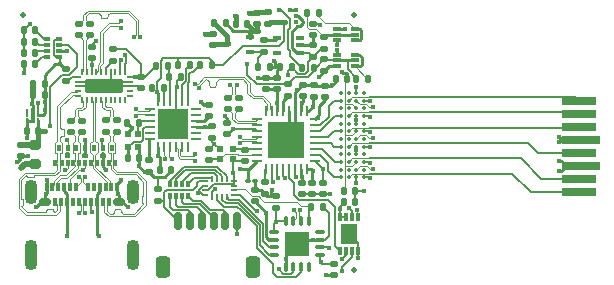
<source format=gbr>
G04 #@! TF.GenerationSoftware,KiCad,Pcbnew,5.99.0-unknown-r23941-4f651901*
G04 #@! TF.CreationDate,2020-11-30T00:39:04+01:00*
G04 #@! TF.ProjectId,sdrewire,73647265-7769-4726-952e-6b696361645f,rev?*
G04 #@! TF.SameCoordinates,PX70d1d60PY66b5f20*
G04 #@! TF.FileFunction,Copper,L1,Top*
G04 #@! TF.FilePolarity,Positive*
%FSLAX46Y46*%
G04 Gerber Fmt 4.6, Leading zero omitted, Abs format (unit mm)*
G04 Created by KiCad (PCBNEW 5.99.0-unknown-r23941-4f651901) date 2020-11-30 00:39:04*
%MOMM*%
%LPD*%
G01*
G04 APERTURE LIST*
G04 Aperture macros list*
%AMRoundRect*
0 Rectangle with rounded corners*
0 $1 Rounding radius*
0 $2 $3 $4 $5 $6 $7 $8 $9 X,Y pos of 4 corners*
0 Add a 4 corners polygon primitive as box body*
4,1,4,$2,$3,$4,$5,$6,$7,$8,$9,$2,$3,0*
0 Add four circle primitives for the rounded corners*
1,1,$1+$1,$2,$3,0*
1,1,$1+$1,$4,$5,0*
1,1,$1+$1,$6,$7,0*
1,1,$1+$1,$8,$9,0*
0 Add four rect primitives between the rounded corners*
20,1,$1+$1,$2,$3,$4,$5,0*
20,1,$1+$1,$4,$5,$6,$7,0*
20,1,$1+$1,$6,$7,$8,$9,0*
20,1,$1+$1,$8,$9,$2,$3,0*%
G04 Aperture macros list end*
G04 #@! TA.AperFunction,SMDPad,CuDef*
%ADD10RoundRect,0.135000X-0.135000X-0.185000X0.135000X-0.185000X0.135000X0.185000X-0.135000X0.185000X0*%
G04 #@! TD*
G04 #@! TA.AperFunction,SMDPad,CuDef*
%ADD11RoundRect,0.140000X0.170000X-0.140000X0.170000X0.140000X-0.170000X0.140000X-0.170000X-0.140000X0*%
G04 #@! TD*
G04 #@! TA.AperFunction,SMDPad,CuDef*
%ADD12RoundRect,0.150000X-0.150000X-0.625000X0.150000X-0.625000X0.150000X0.625000X-0.150000X0.625000X0*%
G04 #@! TD*
G04 #@! TA.AperFunction,SMDPad,CuDef*
%ADD13RoundRect,0.250000X-0.350000X-0.650000X0.350000X-0.650000X0.350000X0.650000X-0.350000X0.650000X0*%
G04 #@! TD*
G04 #@! TA.AperFunction,SMDPad,CuDef*
%ADD14RoundRect,0.062500X0.062500X-0.350000X0.062500X0.350000X-0.062500X0.350000X-0.062500X-0.350000X0*%
G04 #@! TD*
G04 #@! TA.AperFunction,SMDPad,CuDef*
%ADD15RoundRect,0.062500X0.350000X-0.062500X0.350000X0.062500X-0.350000X0.062500X-0.350000X-0.062500X0*%
G04 #@! TD*
G04 #@! TA.AperFunction,SMDPad,CuDef*
%ADD16R,2.600000X2.600000*%
G04 #@! TD*
G04 #@! TA.AperFunction,SMDPad,CuDef*
%ADD17RoundRect,0.140000X-0.170000X0.140000X-0.170000X-0.140000X0.170000X-0.140000X0.170000X0.140000X0*%
G04 #@! TD*
G04 #@! TA.AperFunction,SMDPad,CuDef*
%AMFp18*
4,1,18,0.050000,0.250000,0.069134,0.246194,0.085355,0.235355,0.096194,0.219134,0.100000,0.200000,0.099999,-0.200000,0.096193,-0.219134,0.085354,-0.235355,0.069133,-0.246194,0.049999,-0.250000,-0.050000,-0.250000,-0.069134,-0.246194,-0.085355,-0.235355,-0.096194,-0.219134,-0.100000,-0.200000,-0.099999,0.160000,-0.009999,0.250000,0.050000,0.250000,0.050000,0.250000,$1*%
%ADD18Fp18,180.000000*%
G04 #@! TD*
G04 #@! TA.AperFunction,SMDPad,CuDef*
%ADD19RoundRect,0.050000X0.050000X0.200000X-0.050000X0.200000X-0.050000X-0.200000X0.050000X-0.200000X0*%
G04 #@! TD*
G04 #@! TA.AperFunction,SMDPad,CuDef*
%AMFp20*
4,1,18,0.096193,-0.219134,0.085354,-0.235355,0.069133,-0.246194,0.049999,-0.250000,-0.050000,-0.250000,-0.069134,-0.246194,-0.085355,-0.235355,-0.096194,-0.219134,-0.100000,-0.200000,-0.099999,0.200000,-0.096193,0.219134,-0.085354,0.235355,-0.069133,0.246194,-0.049999,0.250000,0.010000,0.250000,0.100000,0.160000,0.099999,-0.200000,0.096193,-0.219134,0.096193,-0.219134,$1*%
%ADD20Fp20,180.000000*%
G04 #@! TD*
G04 #@! TA.AperFunction,SMDPad,CuDef*
%AMFp21*
4,1,18,0.050000,0.250000,0.069134,0.246194,0.085355,0.235354,0.096194,0.219133,0.100000,0.199999,0.099999,-0.200000,0.096193,-0.219134,0.085354,-0.235355,0.069133,-0.246194,0.049999,-0.250000,-0.050000,-0.250000,-0.069134,-0.246194,-0.085355,-0.235354,-0.096194,-0.219133,-0.100000,-0.199999,-0.099999,0.160000,-0.009999,0.250000,0.050000,0.250000,0.050000,0.250000,$1*%
%ADD21Fp21,270.000000*%
G04 #@! TD*
G04 #@! TA.AperFunction,SMDPad,CuDef*
%ADD22RoundRect,0.050000X-0.200000X0.050000X-0.200000X-0.050000X0.200000X-0.050000X0.200000X0.050000X0*%
G04 #@! TD*
G04 #@! TA.AperFunction,SMDPad,CuDef*
%AMFp23*
4,1,18,0.096193,-0.219134,0.085354,-0.235355,0.069133,-0.246194,0.049999,-0.250000,-0.050000,-0.250000,-0.069134,-0.246194,-0.085355,-0.235354,-0.096194,-0.219133,-0.100000,-0.199999,-0.099999,0.200000,-0.096193,0.219134,-0.085354,0.235355,-0.069133,0.246194,-0.049999,0.250000,0.010000,0.250000,0.100000,0.159999,0.099999,-0.200000,0.096193,-0.219134,0.096193,-0.219134,$1*%
%ADD23Fp23,270.000000*%
G04 #@! TD*
G04 #@! TA.AperFunction,SMDPad,CuDef*
%AMFp24*
4,1,18,0.050000,0.250000,0.069134,0.246194,0.085355,0.235355,0.096194,0.219134,0.100000,0.200000,0.100000,-0.200000,0.096194,-0.219134,0.085355,-0.235355,0.069134,-0.246194,0.050000,-0.250000,-0.050000,-0.250000,-0.069134,-0.246194,-0.085355,-0.235355,-0.096194,-0.219134,-0.100000,-0.200000,-0.100000,0.160000,-0.010000,0.250000,0.050000,0.250000,0.050000,0.250000,$1*%
%ADD24Fp24,0.000000*%
G04 #@! TD*
G04 #@! TA.AperFunction,SMDPad,CuDef*
%ADD25RoundRect,0.050000X-0.050000X-0.200000X0.050000X-0.200000X0.050000X0.200000X-0.050000X0.200000X0*%
G04 #@! TD*
G04 #@! TA.AperFunction,SMDPad,CuDef*
%AMFp26*
4,1,18,0.096194,-0.219134,0.085355,-0.235355,0.069134,-0.246194,0.050000,-0.250000,-0.050000,-0.250000,-0.069134,-0.246194,-0.085355,-0.235355,-0.096194,-0.219134,-0.100000,-0.200000,-0.100000,0.200000,-0.096194,0.219134,-0.085355,0.235355,-0.069134,0.246194,-0.050000,0.250000,0.010000,0.250000,0.100000,0.160000,0.100000,-0.200000,0.096194,-0.219134,0.096194,-0.219134,$1*%
%ADD26Fp26,0.000000*%
G04 #@! TD*
G04 #@! TA.AperFunction,SMDPad,CuDef*
%AMFp27*
4,1,18,0.050000,0.250000,0.069134,0.246194,0.085355,0.235355,0.096194,0.219134,0.100000,0.200000,0.099999,-0.200000,0.096193,-0.219134,0.085354,-0.235355,0.069133,-0.246194,0.049999,-0.250000,-0.050000,-0.250000,-0.069134,-0.246194,-0.085355,-0.235355,-0.096194,-0.219134,-0.100000,-0.200000,-0.099999,0.160000,-0.009999,0.250000,0.050000,0.250000,0.050000,0.250000,$1*%
%ADD27Fp27,90.000000*%
G04 #@! TD*
G04 #@! TA.AperFunction,SMDPad,CuDef*
%ADD28RoundRect,0.050000X0.200000X-0.050000X0.200000X0.050000X-0.200000X0.050000X-0.200000X-0.050000X0*%
G04 #@! TD*
G04 #@! TA.AperFunction,SMDPad,CuDef*
%AMFp29*
4,1,18,0.096193,-0.219134,0.085354,-0.235355,0.069133,-0.246194,0.049999,-0.250000,-0.050000,-0.250000,-0.069134,-0.246194,-0.085355,-0.235355,-0.096194,-0.219134,-0.100000,-0.200000,-0.099999,0.200000,-0.096193,0.219134,-0.085354,0.235355,-0.069133,0.246194,-0.049999,0.250000,0.010000,0.250000,0.100000,0.160000,0.099999,-0.200000,0.096193,-0.219134,0.096193,-0.219134,$1*%
%ADD29Fp29,90.000000*%
G04 #@! TD*
G04 #@! TA.AperFunction,ComponentPad*
%ADD30C,0.400000*%
G04 #@! TD*
G04 #@! TA.AperFunction,SMDPad,CuDef*
%ADD31RoundRect,0.120000X1.480000X-0.480000X1.480000X0.480000X-1.480000X0.480000X-1.480000X-0.480000X0*%
G04 #@! TD*
G04 #@! TA.AperFunction,SMDPad,CuDef*
%ADD32RoundRect,0.140000X0.140000X0.170000X-0.140000X0.170000X-0.140000X-0.170000X0.140000X-0.170000X0*%
G04 #@! TD*
G04 #@! TA.AperFunction,SMDPad,CuDef*
%ADD33R,0.700000X0.450000*%
G04 #@! TD*
G04 #@! TA.AperFunction,SMDPad,CuDef*
%ADD34RoundRect,0.140000X-0.140000X-0.170000X0.140000X-0.170000X0.140000X0.170000X-0.140000X0.170000X0*%
G04 #@! TD*
G04 #@! TA.AperFunction,SMDPad,CuDef*
%ADD35RoundRect,0.135000X0.135000X0.185000X-0.135000X0.185000X-0.135000X-0.185000X0.135000X-0.185000X0*%
G04 #@! TD*
G04 #@! TA.AperFunction,SMDPad,CuDef*
%ADD36RoundRect,0.135000X-0.185000X0.135000X-0.185000X-0.135000X0.185000X-0.135000X0.185000X0.135000X0*%
G04 #@! TD*
G04 #@! TA.AperFunction,SMDPad,CuDef*
%ADD37C,0.500000*%
G04 #@! TD*
G04 #@! TA.AperFunction,SMDPad,CuDef*
%ADD38R,0.600000X0.500000*%
G04 #@! TD*
G04 #@! TA.AperFunction,SMDPad,CuDef*
%ADD39R,0.700000X0.340000*%
G04 #@! TD*
G04 #@! TA.AperFunction,SMDPad,CuDef*
%ADD40RoundRect,0.135000X0.185000X-0.135000X0.185000X0.135000X-0.185000X0.135000X-0.185000X-0.135000X0*%
G04 #@! TD*
G04 #@! TA.AperFunction,SMDPad,CuDef*
%ADD41R,2.900000X0.800000*%
G04 #@! TD*
G04 #@! TA.AperFunction,SMDPad,CuDef*
%ADD42R,3.200000X0.800000*%
G04 #@! TD*
G04 #@! TA.AperFunction,SMDPad,CuDef*
%ADD43RoundRect,0.147500X-0.147500X-0.172500X0.147500X-0.172500X0.147500X0.172500X-0.147500X0.172500X0*%
G04 #@! TD*
G04 #@! TA.AperFunction,SMDPad,CuDef*
%ADD44R,0.500000X0.400000*%
G04 #@! TD*
G04 #@! TA.AperFunction,SMDPad,CuDef*
%ADD45R,0.500000X0.300000*%
G04 #@! TD*
G04 #@! TA.AperFunction,SMDPad,CuDef*
%ADD46RoundRect,0.062500X-0.062500X-0.087500X0.062500X-0.087500X0.062500X0.087500X-0.062500X0.087500X0*%
G04 #@! TD*
G04 #@! TA.AperFunction,SMDPad,CuDef*
%ADD47R,0.300000X0.940000*%
G04 #@! TD*
G04 #@! TA.AperFunction,SMDPad,CuDef*
%ADD48RoundRect,0.062500X-0.375000X-0.062500X0.375000X-0.062500X0.375000X0.062500X-0.375000X0.062500X0*%
G04 #@! TD*
G04 #@! TA.AperFunction,SMDPad,CuDef*
%ADD49RoundRect,0.062500X-0.062500X-0.375000X0.062500X-0.375000X0.062500X0.375000X-0.062500X0.375000X0*%
G04 #@! TD*
G04 #@! TA.AperFunction,SMDPad,CuDef*
%ADD50R,3.100000X3.100000*%
G04 #@! TD*
G04 #@! TA.AperFunction,SMDPad,CuDef*
%ADD51RoundRect,0.100000X0.130000X0.100000X-0.130000X0.100000X-0.130000X-0.100000X0.130000X-0.100000X0*%
G04 #@! TD*
G04 #@! TA.AperFunction,SMDPad,CuDef*
%ADD52C,0.350000*%
G04 #@! TD*
G04 #@! TA.AperFunction,SMDPad,CuDef*
%ADD53RoundRect,0.075000X0.350000X0.075000X-0.350000X0.075000X-0.350000X-0.075000X0.350000X-0.075000X0*%
G04 #@! TD*
G04 #@! TA.AperFunction,SMDPad,CuDef*
%ADD54RoundRect,0.075000X0.075000X0.350000X-0.075000X0.350000X-0.075000X-0.350000X0.075000X-0.350000X0*%
G04 #@! TD*
G04 #@! TA.AperFunction,SMDPad,CuDef*
%ADD55R,2.100000X2.100000*%
G04 #@! TD*
G04 #@! TA.AperFunction,SMDPad,CuDef*
%ADD56R,0.450000X0.500000*%
G04 #@! TD*
G04 #@! TA.AperFunction,SMDPad,CuDef*
%ADD57R,0.300000X0.500000*%
G04 #@! TD*
G04 #@! TA.AperFunction,SMDPad,CuDef*
%ADD58O,0.200000X0.700000*%
G04 #@! TD*
G04 #@! TA.AperFunction,SMDPad,CuDef*
%ADD59O,0.200000X0.600000*%
G04 #@! TD*
G04 #@! TA.AperFunction,SMDPad,CuDef*
%ADD60O,0.600000X0.200000*%
G04 #@! TD*
G04 #@! TA.AperFunction,SMDPad,CuDef*
%ADD61RoundRect,0.200000X0.275000X-0.200000X0.275000X0.200000X-0.275000X0.200000X-0.275000X-0.200000X0*%
G04 #@! TD*
G04 #@! TA.AperFunction,SMDPad,CuDef*
%ADD62R,0.500000X0.600000*%
G04 #@! TD*
G04 #@! TA.AperFunction,SMDPad,CuDef*
%ADD63RoundRect,0.075000X-0.075000X-0.275000X0.075000X-0.275000X0.075000X0.275000X-0.075000X0.275000X0*%
G04 #@! TD*
G04 #@! TA.AperFunction,SMDPad,CuDef*
%ADD64RoundRect,0.175000X-0.325000X-0.175000X0.325000X-0.175000X0.325000X0.175000X-0.325000X0.175000X0*%
G04 #@! TD*
G04 #@! TA.AperFunction,ComponentPad*
%ADD65O,1.100000X2.600000*%
G04 #@! TD*
G04 #@! TA.AperFunction,ComponentPad*
%ADD66O,1.100000X2.100000*%
G04 #@! TD*
G04 #@! TA.AperFunction,SMDPad,CuDef*
%ADD67R,0.450000X0.300000*%
G04 #@! TD*
G04 #@! TA.AperFunction,SMDPad,CuDef*
%ADD68R,0.300000X0.750000*%
G04 #@! TD*
G04 #@! TA.AperFunction,SMDPad,CuDef*
%ADD69R,1.450000X1.750000*%
G04 #@! TD*
G04 #@! TA.AperFunction,SMDPad,CuDef*
%ADD70R,0.650000X0.400000*%
G04 #@! TD*
G04 #@! TA.AperFunction,SMDPad,CuDef*
%ADD71R,0.400000X0.500000*%
G04 #@! TD*
G04 #@! TA.AperFunction,ViaPad*
%ADD72C,0.450000*%
G04 #@! TD*
G04 #@! TA.AperFunction,Conductor*
%ADD73C,0.250000*%
G04 #@! TD*
G04 #@! TA.AperFunction,Conductor*
%ADD74C,0.200000*%
G04 #@! TD*
G04 #@! TA.AperFunction,Conductor*
%ADD75C,0.500000*%
G04 #@! TD*
G04 #@! TA.AperFunction,Conductor*
%ADD76C,0.400000*%
G04 #@! TD*
G04 #@! TA.AperFunction,Conductor*
%ADD77C,0.120000*%
G04 #@! TD*
G04 #@! TA.AperFunction,Conductor*
%ADD78C,0.100000*%
G04 #@! TD*
G04 #@! TA.AperFunction,Conductor*
%ADD79C,0.150000*%
G04 #@! TD*
G04 APERTURE END LIST*
D10*
G04 #@! TO.P,R11,1*
G04 #@! TO.N,/SD/SD_V_{DD}*
X17090000Y21860000D03*
G04 #@! TO.P,R11,2*
G04 #@! TO.N,/SD/SD_{MUX}_V_{DD}*
X18110000Y21860000D03*
G04 #@! TD*
D11*
G04 #@! TO.P,C40,1*
G04 #@! TO.N,+3V3*
X21730000Y21830000D03*
G04 #@! TO.P,C40,2*
G04 #@! TO.N,GND*
X21730000Y22790000D03*
G04 #@! TD*
D12*
G04 #@! TO.P,J2,1,Pin_1*
G04 #@! TO.N,/FTDI/FTDI_EXT_V_{DD}*
X14100000Y5120000D03*
G04 #@! TO.P,J2,2,Pin_2*
G04 #@! TO.N,/FTDI/FT_EXT_CBUS1_R*
X15100000Y5120000D03*
G04 #@! TO.P,J2,3,Pin_3*
G04 #@! TO.N,/FTDI/FT_EXT_CBUS0_R*
X16100000Y5120000D03*
G04 #@! TO.P,J2,4,Pin_4*
G04 #@! TO.N,/FTDI/FT_EXT_TXD_R*
X17100000Y5120000D03*
G04 #@! TO.P,J2,5,Pin_5*
G04 #@! TO.N,/FTDI/FT_EXT_RXD_R*
X18100000Y5120000D03*
G04 #@! TO.P,J2,6,Pin_6*
G04 #@! TO.N,GND*
X19100000Y5120000D03*
D13*
G04 #@! TO.P,J2,MP*
G04 #@! TO.N,N/C*
X12800000Y1245000D03*
X20400000Y1245000D03*
G04 #@! TD*
D14*
G04 #@! TO.P,U4,1,V_{DD33}*
G04 #@! TO.N,+3V3*
X12420000Y11392500D03*
G04 #@! TO.P,U4,2,USBDM_DN1*
G04 #@! TO.N,/FTDI_USB2_D-*
X12920000Y11392500D03*
G04 #@! TO.P,U4,3,USBDP_DN1*
G04 #@! TO.N,/FTDI_USB2_D+*
X13420000Y11392500D03*
G04 #@! TO.P,U4,4,USBDM_DN2*
G04 #@! TO.N,/GL_USB2_D-*
X13920000Y11392500D03*
G04 #@! TO.P,U4,5,USBDP_DN2*
G04 #@! TO.N,/GL_USB2_D+*
X14420000Y11392500D03*
G04 #@! TO.P,U4,6*
G04 #@! TO.N,N/C*
X14920000Y11392500D03*
D15*
G04 #@! TO.P,U4,7*
X15607500Y12080000D03*
G04 #@! TO.P,U4,8*
X15607500Y12580000D03*
G04 #@! TO.P,U4,9,V_{DD33}*
G04 #@! TO.N,+3V3*
X15607500Y13080000D03*
G04 #@! TO.P,U4,10,CRFILT*
G04 #@! TO.N,Net-(C16-Pad2)*
X15607500Y13580000D03*
G04 #@! TO.P,U4,11*
G04 #@! TO.N,N/C*
X15607500Y14080000D03*
G04 #@! TO.P,U4,12*
X15607500Y14580000D03*
D14*
G04 #@! TO.P,U4,13,SMBDATA*
G04 #@! TO.N,Net-(R4-Pad2)*
X14920000Y15267500D03*
G04 #@! TO.P,U4,14,SMBCLK*
G04 #@! TO.N,Net-(R5-Pad2)*
X14420000Y15267500D03*
G04 #@! TO.P,U4,15,~RESET*
G04 #@! TO.N,GND*
X13920000Y15267500D03*
G04 #@! TO.P,U4,16,V_{BUS}_DET*
G04 #@! TO.N,Net-(R1-Pad1)*
X13420000Y15267500D03*
G04 #@! TO.P,U4,17,SUSP_IND*
G04 #@! TO.N,Net-(R8-Pad2)*
X12920000Y15267500D03*
G04 #@! TO.P,U4,18,V_{DD33}*
G04 #@! TO.N,+3V3*
X12420000Y15267500D03*
D15*
G04 #@! TO.P,U4,19,USBDM_UP*
G04 #@! TO.N,/UFP_USB2_D-*
X11732500Y14580000D03*
G04 #@! TO.P,U4,20,USBDP_UP*
G04 #@! TO.N,/UFP_USB2_D+*
X11732500Y14080000D03*
G04 #@! TO.P,U4,21,XTALOUT*
G04 #@! TO.N,Net-(C4-Pad2)*
X11732500Y13580000D03*
G04 #@! TO.P,U4,22,XTALIN*
G04 #@! TO.N,Net-(C15-Pad2)*
X11732500Y13080000D03*
G04 #@! TO.P,U4,23*
G04 #@! TO.N,N/C*
X11732500Y12580000D03*
G04 #@! TO.P,U4,24,RBIAS*
G04 #@! TO.N,Net-(R3-Pad2)*
X11732500Y12080000D03*
D16*
G04 #@! TO.P,U4,25,V_{SS}*
G04 #@! TO.N,GND*
X13670000Y13330000D03*
G04 #@! TD*
D17*
G04 #@! TO.P,C51,1*
G04 #@! TO.N,GND*
X22450000Y17240000D03*
G04 #@! TO.P,C51,2*
G04 #@! TO.N,Net-(C47-Pad2)*
X22450000Y16280000D03*
G04 #@! TD*
D11*
G04 #@! TO.P,C6,1*
G04 #@! TO.N,/USB-C/CTX2+*
X8010000Y12700000D03*
G04 #@! TO.P,C6,2*
G04 #@! TO.N,/USB-C/C_CTX2-*
X8010000Y13660000D03*
G04 #@! TD*
D17*
G04 #@! TO.P,C38,1*
G04 #@! TO.N,GND*
X20570000Y7790000D03*
G04 #@! TO.P,C38,2*
G04 #@! TO.N,+5V*
X20570000Y6830000D03*
G04 #@! TD*
D18*
G04 #@! TO.P,U2,1,CC2*
G04 #@! TO.N,/USB-C/CC2*
X9580000Y17740000D03*
D19*
G04 #@! TO.P,U2,2,CC1*
G04 #@! TO.N,/USB-C/CC1*
X9180000Y17740000D03*
G04 #@! TO.P,U2,3*
G04 #@! TO.N,N/C*
X8780000Y17740000D03*
G04 #@! TO.P,U2,4,PORT*
G04 #@! TO.N,GND*
X8380000Y17740000D03*
G04 #@! TO.P,U2,5,V_{BUS}_DET*
G04 #@! TO.N,Net-(R6-Pad2)*
X7980000Y17740000D03*
G04 #@! TO.P,U2,6,TXp*
G04 #@! TO.N,/USB-C/C_USB3_TX-*
X7580000Y17740000D03*
G04 #@! TO.P,U2,7,TXn*
G04 #@! TO.N,/USB-C/C_USB3_TX+*
X7180000Y17740000D03*
G04 #@! TO.P,U2,8,V_{CC33}*
G04 #@! TO.N,+3V3*
X6780000Y17740000D03*
G04 #@! TO.P,U2,9,RXp*
G04 #@! TO.N,/USB-C/C_USB3_RX+*
X6380000Y17740000D03*
D20*
G04 #@! TO.P,U2,10,RXn*
G04 #@! TO.N,/USB-C/C_USB3_RX-*
X5980000Y17740000D03*
D21*
G04 #@! TO.P,U2,11,DIR*
G04 #@! TO.N,Net-(R7-Pad2)*
X5580000Y17340000D03*
D22*
G04 #@! TO.P,U2,12,~EN_MUX*
G04 #@! TO.N,GND*
X5580000Y16940000D03*
G04 #@! TO.P,U2,13,GND*
X5580000Y16540000D03*
G04 #@! TO.P,U2,14,RX1n*
G04 #@! TO.N,/USB-C/CRX1-*
X5580000Y16140000D03*
D23*
G04 #@! TO.P,U2,15,RX1p*
G04 #@! TO.N,/USB-C/CRX1+*
X5580000Y15740000D03*
D24*
G04 #@! TO.P,U2,16,TX1n*
G04 #@! TO.N,/USB-C/C_CTX1-*
X5980000Y15340000D03*
D25*
G04 #@! TO.P,U2,17,TX1p*
G04 #@! TO.N,/USB-C/C_CTX1+*
X6380000Y15340000D03*
G04 #@! TO.P,U2,18,RX2n*
G04 #@! TO.N,/USB-C/CRX2-*
X6780000Y15340000D03*
G04 #@! TO.P,U2,19,RX2p*
G04 #@! TO.N,/USB-C/CRX2+*
X7180000Y15340000D03*
G04 #@! TO.P,U2,20,TX2n*
G04 #@! TO.N,/USB-C/C_CTX2-*
X7580000Y15340000D03*
G04 #@! TO.P,U2,21,TX2p*
G04 #@! TO.N,/USB-C/C_CTX2+*
X7980000Y15340000D03*
G04 #@! TO.P,U2,22*
G04 #@! TO.N,N/C*
X8380000Y15340000D03*
G04 #@! TO.P,U2,23*
X8780000Y15340000D03*
G04 #@! TO.P,U2,24*
X9180000Y15340000D03*
D26*
G04 #@! TO.P,U2,25*
X9580000Y15340000D03*
D27*
G04 #@! TO.P,U2,26*
X9980000Y15740000D03*
D28*
G04 #@! TO.P,U2,27*
X9980000Y16140000D03*
G04 #@! TO.P,U2,28,GND*
G04 #@! TO.N,GND*
X9980000Y16540000D03*
G04 #@! TO.P,U2,29,~EN_CC*
X9980000Y16940000D03*
D29*
G04 #@! TO.P,U2,30,V_{DD5}*
G04 #@! TO.N,+5V*
X9980000Y17340000D03*
D30*
G04 #@! TO.P,U2,31,EPAD*
G04 #@! TO.N,GND*
X8980000Y16840000D03*
X6580000Y16840000D03*
X8980000Y16240000D03*
X7780000Y16240000D03*
X7780000Y16840000D03*
D31*
X7780000Y16540000D03*
D30*
X6580000Y16240000D03*
G04 #@! TD*
D32*
G04 #@! TO.P,C42,1*
G04 #@! TO.N,/SD/SD_{MUX}_V_{DD}*
X19920000Y21850000D03*
G04 #@! TO.P,C42,2*
G04 #@! TO.N,GND*
X18960000Y21850000D03*
G04 #@! TD*
D10*
G04 #@! TO.P,R10,1*
G04 #@! TO.N,/SD/~SD_MUX_SEL*
X29190000Y17170000D03*
G04 #@! TO.P,R10,2*
G04 #@! TO.N,Net-(Q1-Pad4)*
X30210000Y17170000D03*
G04 #@! TD*
D33*
G04 #@! TO.P,Q2,1,G*
G04 #@! TO.N,Net-(Q2-Pad1)*
X20190000Y19440000D03*
G04 #@! TO.P,Q2,2,S*
G04 #@! TO.N,/SD/SD_{MUX}_V_{DD}*
X20190000Y20740000D03*
G04 #@! TO.P,Q2,3,D*
G04 #@! TO.N,/SD/SD_V_{DD}*
X18190000Y20090000D03*
G04 #@! TD*
D11*
G04 #@! TO.P,C8,1*
G04 #@! TO.N,/USB-C/CTX1-*
X5950455Y12669654D03*
G04 #@! TO.P,C8,2*
G04 #@! TO.N,/USB-C/C_CTX1+*
X5950455Y13629654D03*
G04 #@! TD*
D34*
G04 #@! TO.P,C10,1*
G04 #@! TO.N,GND*
X1840000Y16740000D03*
G04 #@! TO.P,C10,2*
G04 #@! TO.N,+3V3*
X2800000Y16740000D03*
G04 #@! TD*
D35*
G04 #@! TO.P,R1,1*
G04 #@! TO.N,Net-(R1-Pad1)*
X13210000Y18260000D03*
G04 #@! TO.P,R1,2*
G04 #@! TO.N,+5V*
X12190000Y18260000D03*
G04 #@! TD*
D36*
G04 #@! TO.P,R6,1*
G04 #@! TO.N,+5V*
X8560000Y19730000D03*
G04 #@! TO.P,R6,2*
G04 #@! TO.N,Net-(R6-Pad2)*
X8560000Y18710000D03*
G04 #@! TD*
D37*
G04 #@! TO.P,FID2,*
G04 #@! TO.N,*
X1000000Y22605000D03*
G04 #@! TD*
D38*
G04 #@! TO.P,Y2,1,1*
G04 #@! TO.N,Net-(C20-Pad2)*
X17670000Y10400000D03*
G04 #@! TO.P,Y2,2,2*
G04 #@! TO.N,GND*
X18770000Y10400000D03*
G04 #@! TO.P,Y2,3,3*
G04 #@! TO.N,Net-(C19-Pad2)*
X18770000Y11200000D03*
G04 #@! TO.P,Y2,4,4*
G04 #@! TO.N,GND*
X17670000Y11200000D03*
G04 #@! TD*
D10*
G04 #@! TO.P,R24,1*
G04 #@! TO.N,Net-(R24-Pad1)*
X24550000Y18120000D03*
G04 #@! TO.P,R24,2*
G04 #@! TO.N,/SD/~SD_MUX_SEL*
X25570000Y18120000D03*
G04 #@! TD*
D39*
G04 #@! TO.P,Q1,1,S*
G04 #@! TO.N,/SD/SD_{MUX}_V_{DD}*
X27550000Y19230000D03*
G04 #@! TO.P,Q1,2,G*
G04 #@! TO.N,/SD/~SD_MUX_SEL*
X27550000Y18730000D03*
G04 #@! TO.P,Q1,3,D*
G04 #@! TO.N,/SD/GL_V_{DD}*
X27550000Y18230000D03*
G04 #@! TO.P,Q1,4,S*
G04 #@! TO.N,Net-(Q1-Pad4)*
X29050000Y18230000D03*
G04 #@! TO.P,Q1,5,G*
G04 #@! TO.N,/SD/~SD_MUX_SEL*
X29050000Y18730000D03*
G04 #@! TO.P,Q1,6,D*
G04 #@! TO.N,Net-(Q1-Pad4)*
X29050000Y19230000D03*
G04 #@! TD*
D10*
G04 #@! TO.P,R9,1*
G04 #@! TO.N,Net-(Q3-Pad2)*
X25020000Y22740000D03*
G04 #@! TO.P,R9,2*
G04 #@! TO.N,Net-(Q3-Pad4)*
X26040000Y22740000D03*
G04 #@! TD*
D17*
G04 #@! TO.P,C37,1*
G04 #@! TO.N,GND*
X22420000Y7230000D03*
G04 #@! TO.P,C37,2*
G04 #@! TO.N,/FTDI/FTDI_V_{DD}*
X22420000Y6270000D03*
G04 #@! TD*
D11*
G04 #@! TO.P,C44,1*
G04 #@! TO.N,Net-(C44-Pad1)*
X25510000Y20880000D03*
G04 #@! TO.P,C44,2*
G04 #@! TO.N,GND*
X25510000Y21840000D03*
G04 #@! TD*
D40*
G04 #@! TO.P,R3,1*
G04 #@! TO.N,GND*
X11650000Y9300000D03*
G04 #@! TO.P,R3,2*
G04 #@! TO.N,Net-(R3-Pad2)*
X11650000Y10320000D03*
G04 #@! TD*
D41*
G04 #@! TO.P,J4,1,Pin_1*
G04 #@! TO.N,/SD/EXT_DAT2*
X48050000Y15305000D03*
G04 #@! TO.P,J4,2,Pin_2*
G04 #@! TO.N,/SD/EXT_DAT3*
X48050000Y14205000D03*
G04 #@! TO.P,J4,3,Pin_3*
G04 #@! TO.N,/SD/EXT_CMD*
X48050000Y13105000D03*
D42*
G04 #@! TO.P,J4,4,Pin_4*
G04 #@! TO.N,/SD/EXT_V_{DD}*
X48200000Y12005000D03*
D41*
G04 #@! TO.P,J4,5,Pin_5*
G04 #@! TO.N,/SD/EXT_CLK*
X48050000Y10905000D03*
D42*
G04 #@! TO.P,J4,6,Pin_6*
G04 #@! TO.N,GND*
X48200000Y9805000D03*
D41*
G04 #@! TO.P,J4,7,Pin_7*
G04 #@! TO.N,/SD/EXT_DAT0*
X48050000Y8705000D03*
G04 #@! TO.P,J4,8,Pin_8*
G04 #@! TO.N,/SD/EXT_DAT1*
X48050000Y7605000D03*
G04 #@! TD*
D11*
G04 #@! TO.P,C9,1*
G04 #@! TO.N,/USB-C/CTX2-*
X8930000Y12700000D03*
G04 #@! TO.P,C9,2*
G04 #@! TO.N,/USB-C/C_CTX2+*
X8930000Y13660000D03*
G04 #@! TD*
D43*
G04 #@! TO.P,D1,1,K*
G04 #@! TO.N,GND*
X1040000Y21270000D03*
G04 #@! TO.P,D1,2,A*
G04 #@! TO.N,Net-(D1-Pad2)*
X2010000Y21270000D03*
G04 #@! TD*
D17*
G04 #@! TO.P,C50,1*
G04 #@! TO.N,GND*
X21530000Y17240000D03*
G04 #@! TO.P,C50,2*
G04 #@! TO.N,Net-(C47-Pad2)*
X21530000Y16280000D03*
G04 #@! TD*
D34*
G04 #@! TO.P,C7,1*
G04 #@! TO.N,GND*
X1840000Y15820000D03*
G04 #@! TO.P,C7,2*
G04 #@! TO.N,+3V3*
X2800000Y15820000D03*
G04 #@! TD*
G04 #@! TO.P,C57,1*
G04 #@! TO.N,+3V3*
X28120000Y6730000D03*
G04 #@! TO.P,C57,2*
G04 #@! TO.N,GND*
X29080000Y6730000D03*
G04 #@! TD*
D11*
G04 #@! TO.P,C55,1*
G04 #@! TO.N,/SD/GL_V_{DD}*
X24630000Y15720000D03*
G04 #@! TO.P,C55,2*
G04 #@! TO.N,GND*
X24630000Y16680000D03*
G04 #@! TD*
D44*
G04 #@! TO.P,RN1,1,R1.1*
G04 #@! TO.N,Net-(D1-Pad2)*
X3025000Y20530000D03*
D45*
G04 #@! TO.P,RN1,2,R2.1*
G04 #@! TO.N,Net-(D2-Pad2)*
X3025000Y20030000D03*
G04 #@! TO.P,RN1,3,R3.1*
G04 #@! TO.N,Net-(D4-Pad2)*
X3025000Y19530000D03*
D44*
G04 #@! TO.P,RN1,4,R4.1*
G04 #@! TO.N,Net-(D3-Pad2)*
X3025000Y19030000D03*
G04 #@! TO.P,RN1,5,R4.2*
G04 #@! TO.N,+3V3*
X4025000Y19030000D03*
D45*
G04 #@! TO.P,RN1,6,R3.2*
G04 #@! TO.N,/SD/~SD_MUX_SEL*
X4025000Y19530000D03*
G04 #@! TO.P,RN1,7,R2.2*
G04 #@! TO.N,Net-(RN1-Pad7)*
X4025000Y20030000D03*
D44*
G04 #@! TO.P,RN1,8,R1.2*
G04 #@! TO.N,+3V3*
X4025000Y20530000D03*
G04 #@! TD*
D32*
G04 #@! TO.P,C46,1*
G04 #@! TO.N,/SD/SD_{MUX}_V_{DD}*
X28380000Y17160000D03*
G04 #@! TO.P,C46,2*
G04 #@! TO.N,GND*
X27420000Y17160000D03*
G04 #@! TD*
D46*
G04 #@! TO.P,U1,1*
G04 #@! TO.N,N/C*
X1305000Y14480000D03*
G04 #@! TO.P,U1,2*
X1305000Y14080000D03*
G04 #@! TO.P,U1,3,GND*
G04 #@! TO.N,GND*
X1305000Y13680000D03*
G04 #@! TO.P,U1,4,VIN*
G04 #@! TO.N,+5V*
X2255000Y13680000D03*
G04 #@! TO.P,U1,5,VOUT*
G04 #@! TO.N,+3V3*
X2255000Y14080000D03*
G04 #@! TO.P,U1,6,EN*
G04 #@! TO.N,+5V*
X2255000Y14480000D03*
D47*
G04 #@! TO.P,U1,7,ePad*
G04 #@! TO.N,GND*
X1780000Y14080000D03*
G04 #@! TD*
D10*
G04 #@! TO.P,R8,1*
G04 #@! TO.N,+3V3*
X11890000Y16430000D03*
G04 #@! TO.P,R8,2*
G04 #@! TO.N,Net-(R8-Pad2)*
X12910000Y16430000D03*
G04 #@! TD*
D36*
G04 #@! TO.P,R29,1*
G04 #@! TO.N,Net-(R29-Pad1)*
X21370000Y20480000D03*
G04 #@! TO.P,R29,2*
G04 #@! TO.N,Net-(Q2-Pad1)*
X21370000Y19460000D03*
G04 #@! TD*
D39*
G04 #@! TO.P,Q3,1,S*
G04 #@! TO.N,/SD/EXT_V_{DD}*
X27530000Y21420000D03*
G04 #@! TO.P,Q3,2,G*
G04 #@! TO.N,Net-(Q3-Pad2)*
X27530000Y20920000D03*
G04 #@! TO.P,Q3,3,D*
G04 #@! TO.N,/SD/SD_{MUX}_V_{DD}*
X27530000Y20420000D03*
G04 #@! TO.P,Q3,4,S*
G04 #@! TO.N,Net-(Q3-Pad4)*
X29030000Y20420000D03*
G04 #@! TO.P,Q3,5,G*
G04 #@! TO.N,Net-(Q3-Pad2)*
X29030000Y20920000D03*
G04 #@! TO.P,Q3,6,D*
G04 #@! TO.N,Net-(Q3-Pad4)*
X29030000Y21420000D03*
G04 #@! TD*
D35*
G04 #@! TO.P,R2,1*
G04 #@! TO.N,GND*
X14340000Y17310000D03*
G04 #@! TO.P,R2,2*
G04 #@! TO.N,Net-(R1-Pad1)*
X13320000Y17310000D03*
G04 #@! TD*
D40*
G04 #@! TO.P,R31,1*
G04 #@! TO.N,GND*
X21490000Y7380000D03*
G04 #@! TO.P,R31,2*
G04 #@! TO.N,Net-(R31-Pad2)*
X21490000Y8400000D03*
G04 #@! TD*
D10*
G04 #@! TO.P,R37,1*
G04 #@! TO.N,GND*
X22690000Y18140000D03*
G04 #@! TO.P,R37,2*
G04 #@! TO.N,/SD_MUX_SEL*
X23710000Y18140000D03*
G04 #@! TD*
D17*
G04 #@! TO.P,C49,1*
G04 #@! TO.N,GND*
X25590000Y16630000D03*
G04 #@! TO.P,C49,2*
G04 #@! TO.N,Net-(C47-Pad2)*
X25590000Y15670000D03*
G04 #@! TD*
D43*
G04 #@! TO.P,D2,1,K*
G04 #@! TO.N,GND*
X1035000Y20320000D03*
G04 #@! TO.P,D2,2,A*
G04 #@! TO.N,Net-(D2-Pad2)*
X2005000Y20320000D03*
G04 #@! TD*
D11*
G04 #@! TO.P,C45,1*
G04 #@! TO.N,/SD/SD_V_{DD}*
X17040000Y20000000D03*
G04 #@! TO.P,C45,2*
G04 #@! TO.N,GND*
X17040000Y20960000D03*
G04 #@! TD*
G04 #@! TO.P,C19,1*
G04 #@! TO.N,GND*
X19720000Y10220000D03*
G04 #@! TO.P,C19,2*
G04 #@! TO.N,Net-(C19-Pad2)*
X19720000Y11180000D03*
G04 #@! TD*
D34*
G04 #@! TO.P,C3,1*
G04 #@! TO.N,GND*
X1300000Y12720000D03*
G04 #@! TO.P,C3,2*
G04 #@! TO.N,+5V*
X2260000Y12720000D03*
G04 #@! TD*
D11*
G04 #@! TO.P,C2,1*
G04 #@! TO.N,GND*
X790000Y10640000D03*
G04 #@! TO.P,C2,2*
G04 #@! TO.N,+5V*
X790000Y11600000D03*
G04 #@! TD*
D40*
G04 #@! TO.P,R28,1*
G04 #@! TO.N,/SD_MUX_SEL*
X25520000Y19010000D03*
G04 #@! TO.P,R28,2*
G04 #@! TO.N,Net-(C44-Pad1)*
X25520000Y20030000D03*
G04 #@! TD*
D48*
G04 #@! TO.P,U14,1,TXN*
G04 #@! TO.N,/GL_USB3_TX-*
X20812500Y13755000D03*
G04 #@! TO.P,U14,2,TXP*
G04 #@! TO.N,/GL_USB3_TX+*
X20812500Y13255000D03*
G04 #@! TO.P,U14,3,AV_{DD12}*
G04 #@! TO.N,Net-(C52-Pad2)*
X20812500Y12755000D03*
G04 #@! TO.P,U14,4,RXN*
G04 #@! TO.N,/GL_USB3_RX-*
X20812500Y12255000D03*
G04 #@! TO.P,U14,5,RXP*
G04 #@! TO.N,/GL_USB3_RX+*
X20812500Y11755000D03*
G04 #@! TO.P,U14,6,X1*
G04 #@! TO.N,Net-(C19-Pad2)*
X20812500Y11255000D03*
G04 #@! TO.P,U14,7,X2*
G04 #@! TO.N,Net-(C20-Pad2)*
X20812500Y10755000D03*
G04 #@! TO.P,U14,8,AV_{DD33}*
G04 #@! TO.N,Net-(C47-Pad2)*
X20812500Y10255000D03*
D49*
G04 #@! TO.P,U14,9,R_{TERM}*
G04 #@! TO.N,Net-(R31-Pad2)*
X21500000Y9567500D03*
G04 #@! TO.P,U14,10,SPI_SDI*
G04 #@! TO.N,/SD/GL_SPI_SDI*
X22000000Y9567500D03*
G04 #@! TO.P,U14,11,SPI_SDO*
G04 #@! TO.N,/SD/GL_SPI_SDO*
X22500000Y9567500D03*
G04 #@! TO.P,U14,12,SPI_CK*
G04 #@! TO.N,/SD/GL_SPI_CK*
X23000000Y9567500D03*
G04 #@! TO.P,U14,13,SPI_CS*
G04 #@! TO.N,/SD/GL_SPI_CS*
X23500000Y9567500D03*
G04 #@! TO.P,U14,14,LED*
G04 #@! TO.N,Net-(RN1-Pad7)*
X24000000Y9567500D03*
G04 #@! TO.P,U14,15,V_{BUS}*
G04 #@! TO.N,+5V*
X24500000Y9567500D03*
G04 #@! TO.P,U14,16,DV_{DD33}*
G04 #@! TO.N,Net-(C47-Pad2)*
X25000000Y9567500D03*
D48*
G04 #@! TO.P,U14,17,DV_{DD12}*
G04 #@! TO.N,Net-(C52-Pad2)*
X25687500Y10255000D03*
G04 #@! TO.P,U14,18,SD_D1*
G04 #@! TO.N,/SD/GL_DAT1*
X25687500Y10755000D03*
G04 #@! TO.P,U14,19,SD_D0*
G04 #@! TO.N,/SD/GL_DAT0*
X25687500Y11255000D03*
G04 #@! TO.P,U14,20,SD_CK*
G04 #@! TO.N,/SD/GL_CLK*
X25687500Y11755000D03*
G04 #@! TO.P,U14,21,SD_CM*
G04 #@! TO.N,/SD/GL_CMD*
X25687500Y12255000D03*
G04 #@! TO.P,U14,22,SD_D3*
G04 #@! TO.N,/SD/GL_DAT3*
X25687500Y12755000D03*
G04 #@! TO.P,U14,23,SD_D2*
G04 #@! TO.N,/SD/GL_DAT2*
X25687500Y13255000D03*
G04 #@! TO.P,U14,24,V_{UHSI}*
G04 #@! TO.N,Net-(C56-Pad1)*
X25687500Y13755000D03*
D49*
G04 #@! TO.P,U14,25,DV_{DD33}*
G04 #@! TO.N,Net-(C47-Pad2)*
X25000000Y14442500D03*
G04 #@! TO.P,U14,26,SD_V_{CC}*
G04 #@! TO.N,/SD/GL_V_{DD}*
X24500000Y14442500D03*
G04 #@! TO.P,U14,27,GND*
G04 #@! TO.N,GND*
X24000000Y14442500D03*
G04 #@! TO.P,U14,28,SD_WP*
X23500000Y14442500D03*
G04 #@! TO.P,U14,29,~SD_CD*
G04 #@! TO.N,Net-(R39-Pad2)*
X23000000Y14442500D03*
G04 #@! TO.P,U14,30,AV_{DD33}*
G04 #@! TO.N,Net-(C47-Pad2)*
X22500000Y14442500D03*
G04 #@! TO.P,U14,31,DM*
G04 #@! TO.N,/GL_USB2_D-*
X22000000Y14442500D03*
G04 #@! TO.P,U14,32,DP*
G04 #@! TO.N,/GL_USB2_D+*
X21500000Y14442500D03*
D50*
G04 #@! TO.P,U14,33,EPAD*
G04 #@! TO.N,GND*
X23250000Y12005000D03*
G04 #@! TD*
D17*
G04 #@! TO.P,C11,1*
G04 #@! TO.N,/USB-C/C_USB3_TX+*
X19240000Y15550000D03*
G04 #@! TO.P,C11,2*
G04 #@! TO.N,/GL_USB3_TX-*
X19240000Y14590000D03*
G04 #@! TD*
D51*
G04 #@! TO.P,C48,1*
G04 #@! TO.N,GND*
X20640000Y8550000D03*
G04 #@! TO.P,C48,2*
G04 #@! TO.N,Net-(C47-Pad2)*
X20000000Y8550000D03*
G04 #@! TD*
D52*
G04 #@! TO.P,U12,A1,A0*
G04 #@! TO.N,/SD/SD_DAT1*
X29825000Y8830000D03*
G04 #@! TO.P,U12,A2,SEL0*
G04 #@! TO.N,/SD_MUX_SEL*
X29175000Y8830000D03*
G04 #@! TO.P,U12,A3,B0*
G04 #@! TO.N,/SD/EXT_DAT1*
X28525000Y8830000D03*
G04 #@! TO.P,U12,A4,C0*
G04 #@! TO.N,/SD/GL_DAT1*
X27875000Y8830000D03*
G04 #@! TO.P,U12,B1*
G04 #@! TO.N,N/C*
X29825000Y9480000D03*
G04 #@! TO.P,U12,B2,GND*
G04 #@! TO.N,GND*
X29175000Y9480000D03*
G04 #@! TO.P,U12,B3*
G04 #@! TO.N,N/C*
X28525000Y9480000D03*
G04 #@! TO.P,U12,B4*
X27875000Y9480000D03*
G04 #@! TO.P,U12,C1,A2*
G04 #@! TO.N,/SD/SD_DAT0*
X29825000Y10130000D03*
G04 #@! TO.P,U12,C2,V_{DD}*
G04 #@! TO.N,/SD/SD_{MUX}_V_{DD}*
X29175000Y10130000D03*
G04 #@! TO.P,U12,C3,B2*
G04 #@! TO.N,/SD/EXT_DAT0*
X28525000Y10130000D03*
G04 #@! TO.P,U12,C4,C2*
G04 #@! TO.N,/SD/GL_DAT0*
X27875000Y10130000D03*
G04 #@! TO.P,U12,D1*
G04 #@! TO.N,N/C*
X29825000Y10780000D03*
G04 #@! TO.P,U12,D2,GND*
G04 #@! TO.N,GND*
X29175000Y10780000D03*
G04 #@! TO.P,U12,D3*
G04 #@! TO.N,N/C*
X28525000Y10780000D03*
G04 #@! TO.P,U12,D4*
X27875000Y10780000D03*
G04 #@! TO.P,U12,E1,A4*
G04 #@! TO.N,/SD/SD_CLK*
X29825000Y11430000D03*
G04 #@! TO.P,U12,E2,GND*
G04 #@! TO.N,GND*
X29175000Y11430000D03*
G04 #@! TO.P,U12,E3,B4*
G04 #@! TO.N,/SD/EXT_CLK*
X28525000Y11430000D03*
G04 #@! TO.P,U12,E4,C4*
G04 #@! TO.N,/SD/GL_CLK*
X27875000Y11430000D03*
G04 #@! TO.P,U12,F1*
G04 #@! TO.N,N/C*
X29825000Y12080000D03*
G04 #@! TO.P,U12,F2,GND*
G04 #@! TO.N,GND*
X29175000Y12080000D03*
G04 #@! TO.P,U12,F3*
G04 #@! TO.N,N/C*
X28525000Y12080000D03*
G04 #@! TO.P,U12,F4*
X27875000Y12080000D03*
G04 #@! TO.P,U12,G1,A6*
G04 #@! TO.N,/SD/SD_CMD*
X29825000Y12730000D03*
G04 #@! TO.P,U12,G2,V_{DD}*
G04 #@! TO.N,/SD/SD_{MUX}_V_{DD}*
X29175000Y12730000D03*
G04 #@! TO.P,U12,G3,B6*
G04 #@! TO.N,/SD/EXT_CMD*
X28525000Y12730000D03*
G04 #@! TO.P,U12,G4,C6*
G04 #@! TO.N,/SD/GL_CMD*
X27875000Y12730000D03*
G04 #@! TO.P,U12,H1*
G04 #@! TO.N,N/C*
X29825000Y13380000D03*
G04 #@! TO.P,U12,H2,~EN*
G04 #@! TO.N,GND*
X29175000Y13380000D03*
G04 #@! TO.P,U12,H3*
G04 #@! TO.N,N/C*
X28525000Y13380000D03*
G04 #@! TO.P,U12,H4*
X27875000Y13380000D03*
G04 #@! TO.P,U12,J1,A8*
G04 #@! TO.N,/SD/SD_DAT3*
X29825000Y14030000D03*
G04 #@! TO.P,U12,J2,GND*
G04 #@! TO.N,GND*
X29175000Y14030000D03*
G04 #@! TO.P,U12,J3,B8*
G04 #@! TO.N,/SD/EXT_DAT3*
X28525000Y14030000D03*
G04 #@! TO.P,U12,J4,C8*
G04 #@! TO.N,/SD/GL_DAT3*
X27875000Y14030000D03*
G04 #@! TO.P,U12,K1*
G04 #@! TO.N,N/C*
X29825000Y14680000D03*
G04 #@! TO.P,U12,K2,V_{DD}*
G04 #@! TO.N,/SD/SD_{MUX}_V_{DD}*
X29175000Y14680000D03*
G04 #@! TO.P,U12,K3*
G04 #@! TO.N,N/C*
X28525000Y14680000D03*
G04 #@! TO.P,U12,K4*
X27875000Y14680000D03*
G04 #@! TO.P,U12,L1,A10*
G04 #@! TO.N,/SD/SD_DAT2*
X29825000Y15330000D03*
G04 #@! TO.P,U12,L2,GND*
G04 #@! TO.N,GND*
X29175000Y15330000D03*
G04 #@! TO.P,U12,L3,B10*
G04 #@! TO.N,/SD/EXT_DAT2*
X28525000Y15330000D03*
G04 #@! TO.P,U12,L4,C10*
G04 #@! TO.N,/SD/GL_DAT2*
X27875000Y15330000D03*
G04 #@! TO.P,U12,M1*
G04 #@! TO.N,N/C*
X29825000Y15980000D03*
G04 #@! TO.P,U12,M2,SEL1*
G04 #@! TO.N,/SD_MUX_SEL*
X29175000Y15980000D03*
G04 #@! TO.P,U12,M3*
G04 #@! TO.N,N/C*
X28525000Y15980000D03*
G04 #@! TO.P,U12,M4*
X27875000Y15980000D03*
G04 #@! TD*
D17*
G04 #@! TO.P,C21,1*
G04 #@! TO.N,GND*
X6790000Y19880000D03*
G04 #@! TO.P,C21,2*
G04 #@! TO.N,+3V3*
X6790000Y18920000D03*
G04 #@! TD*
D53*
G04 #@! TO.P,U7,1,VCCIO*
G04 #@! TO.N,/FTDI/FTDI_V_{DD}*
X26130000Y2245000D03*
G04 #@! TO.P,U7,2,RXD*
G04 #@! TO.N,/FTDI/FT_RXD*
X26130000Y2895000D03*
G04 #@! TO.P,U7,3,GND*
G04 #@! TO.N,GND*
X26130000Y3545000D03*
G04 #@! TO.P,U7,4*
G04 #@! TO.N,N/C*
X26130000Y4195000D03*
D54*
G04 #@! TO.P,U7,5,CBUS2*
G04 #@! TO.N,/FTDI/FT_CBUS2*
X25155000Y5170000D03*
G04 #@! TO.P,U7,6,USBDP*
G04 #@! TO.N,/FTDI_USB2_D+*
X24505000Y5170000D03*
G04 #@! TO.P,U7,7,USBDM*
G04 #@! TO.N,/FTDI_USB2_D-*
X23855000Y5170000D03*
G04 #@! TO.P,U7,8,3V3OUT*
G04 #@! TO.N,/FTDI/FTDI_V_{DD}*
X23205000Y5170000D03*
D53*
G04 #@! TO.P,U7,9,~RESET*
X22230000Y4195000D03*
G04 #@! TO.P,U7,10,VCC*
G04 #@! TO.N,+5V*
X22230000Y3545000D03*
G04 #@! TO.P,U7,11,CBUS1*
G04 #@! TO.N,/FTDI/FT_CBUS1*
X22230000Y2895000D03*
G04 #@! TO.P,U7,12,CBUS0*
G04 #@! TO.N,/FTDI/FT_CBUS0*
X22230000Y2245000D03*
D54*
G04 #@! TO.P,U7,13,GND*
G04 #@! TO.N,GND*
X23205000Y1270000D03*
G04 #@! TO.P,U7,14,CBUS3*
G04 #@! TO.N,/SD_MUX_SEL*
X23855000Y1270000D03*
G04 #@! TO.P,U7,15,TXD*
G04 #@! TO.N,/FTDI/FT_TXD*
X24505000Y1270000D03*
G04 #@! TO.P,U7,16*
G04 #@! TO.N,N/C*
X25155000Y1270000D03*
D55*
G04 #@! TO.P,U7,17,GND*
G04 #@! TO.N,GND*
X24180000Y3220000D03*
G04 #@! TD*
D56*
G04 #@! TO.P,U3,1*
G04 #@! TO.N,/USB-C/CRX1-*
X3655000Y10040000D03*
D57*
G04 #@! TO.P,U3,2*
G04 #@! TO.N,/USB-C/CRX1+*
X4230000Y10040000D03*
G04 #@! TO.P,U3,3*
G04 #@! TO.N,/UFP_USB2_D+*
X4730000Y10040000D03*
G04 #@! TO.P,U3,4*
G04 #@! TO.N,/USB-C/CTX1+*
X5230000Y10040000D03*
G04 #@! TO.P,U3,5*
G04 #@! TO.N,/USB-C/CTX1-*
X5730000Y10040000D03*
G04 #@! TO.P,U3,6*
G04 #@! TO.N,/USB-C/CC1*
X6230000Y10040000D03*
G04 #@! TO.P,U3,7*
G04 #@! TO.N,/USB-C/CRX2-*
X6730000Y10040000D03*
G04 #@! TO.P,U3,8*
G04 #@! TO.N,/USB-C/CRX2+*
X7230000Y10040000D03*
G04 #@! TO.P,U3,9*
G04 #@! TO.N,GND*
X7730000Y10040000D03*
G04 #@! TO.P,U3,10*
G04 #@! TO.N,/USB-C/CTX2+*
X8230000Y10040000D03*
G04 #@! TO.P,U3,11*
G04 #@! TO.N,/USB-C/CTX2-*
X8730000Y10040000D03*
G04 #@! TO.P,U3,12*
G04 #@! TO.N,N/C*
X8480000Y11340000D03*
G04 #@! TO.P,U3,13*
G04 #@! TO.N,/USB-C/CC2*
X7730000Y11340000D03*
G04 #@! TO.P,U3,14*
G04 #@! TO.N,N/C*
X6980000Y11340000D03*
G04 #@! TO.P,U3,15*
G04 #@! TO.N,GND*
X6230000Y11340000D03*
G04 #@! TO.P,U3,16*
G04 #@! TO.N,N/C*
X5480000Y11340000D03*
G04 #@! TO.P,U3,17*
G04 #@! TO.N,/UFP_USB2_D-*
X4730000Y11340000D03*
G04 #@! TO.P,U3,18*
G04 #@! TO.N,N/C*
X3980000Y11340000D03*
G04 #@! TA.AperFunction,SMDPad,CuDef*
G04 #@! TO.P,U3,19*
G36*
X4980000Y10790000D02*
G01*
X4980000Y10440000D01*
X4480000Y10440000D01*
X4480000Y10790000D01*
X4630000Y10940000D01*
X4830000Y10940000D01*
X4980000Y10790000D01*
G37*
G04 #@! TD.AperFunction*
G04 #@! TA.AperFunction,SMDPad,CuDef*
G04 #@! TO.P,U3,20*
G04 #@! TO.N,GND*
G36*
X6480000Y10790000D02*
G01*
X6480000Y10440000D01*
X5980000Y10440000D01*
X5980000Y10790000D01*
X6130000Y10940000D01*
X6330000Y10940000D01*
X6480000Y10790000D01*
G37*
G04 #@! TD.AperFunction*
G04 #@! TA.AperFunction,SMDPad,CuDef*
G04 #@! TO.P,U3,21*
G36*
X7980000Y10790000D02*
G01*
X7980000Y10440000D01*
X7480000Y10440000D01*
X7480000Y10790000D01*
X7630000Y10940000D01*
X7830000Y10940000D01*
X7980000Y10790000D01*
G37*
G04 #@! TD.AperFunction*
G04 #@! TD*
D37*
G04 #@! TO.P,FID5,*
G04 #@! TO.N,*
X29000000Y22605000D03*
G04 #@! TD*
D11*
G04 #@! TO.P,C62,1*
G04 #@! TO.N,/FTDI/FTDI_EXT_V_{DD}*
X12350000Y6850000D03*
G04 #@! TO.P,C62,2*
G04 #@! TO.N,GND*
X12350000Y7810000D03*
G04 #@! TD*
D58*
G04 #@! TO.P,U5,1,A1*
G04 #@! TO.N,/FTDI/FT_RXD*
X17000000Y7230000D03*
D59*
G04 #@! TO.P,U5,2,A2*
G04 #@! TO.N,/FTDI/FT_TXD*
X17400000Y7130000D03*
G04 #@! TO.P,U5,3,A3*
G04 #@! TO.N,/FTDI/FT_CBUS0*
X17800000Y7130000D03*
G04 #@! TO.P,U5,4,A4*
G04 #@! TO.N,/FTDI/FT_CBUS1*
X18200000Y7130000D03*
D60*
G04 #@! TO.P,U5,5,DIR3*
G04 #@! TO.N,Net-(JP1-Pad2)*
X18800000Y7330000D03*
G04 #@! TO.P,U5,6,DIR4*
G04 #@! TO.N,/FTDI/FT_CBUS2*
X18800000Y7730000D03*
G04 #@! TO.P,U5,7,~OE*
G04 #@! TO.N,GND*
X18800000Y8130000D03*
G04 #@! TO.P,U5,8,GND*
X18800000Y8530000D03*
D59*
G04 #@! TO.P,U5,9,B4*
G04 #@! TO.N,/FTDI/FT_EXT_CBUS1*
X18200000Y8730000D03*
G04 #@! TO.P,U5,10,B3*
G04 #@! TO.N,/FTDI/FT_EXT_CBUS0*
X17800000Y8730000D03*
G04 #@! TO.P,U5,11,B2*
G04 #@! TO.N,/FTDI/FT_EXT_TXD*
X17400000Y8730000D03*
G04 #@! TO.P,U5,12,B1*
G04 #@! TO.N,/FTDI/FT_EXT_RXD*
X17000000Y8730000D03*
D60*
G04 #@! TO.P,U5,13,V_{CCB}*
G04 #@! TO.N,/FTDI/FTDI_EXT_V_{DD}*
X16400000Y8530000D03*
G04 #@! TO.P,U5,14,V_{CCA}*
G04 #@! TO.N,/FTDI/FTDI_V_{DD}*
X16400000Y8130000D03*
G04 #@! TO.P,U5,15,DIR1*
G04 #@! TO.N,GND*
X16400000Y7730000D03*
G04 #@! TO.P,U5,16,DIR2*
G04 #@! TO.N,/FTDI/FTDI_V_{DD}*
X16400000Y7330000D03*
G04 #@! TD*
D11*
G04 #@! TO.P,C53,1*
G04 #@! TO.N,GND*
X26375000Y7400000D03*
G04 #@! TO.P,C53,2*
G04 #@! TO.N,Net-(C52-Pad2)*
X26375000Y8360000D03*
G04 #@! TD*
D17*
G04 #@! TO.P,C52,1*
G04 #@! TO.N,GND*
X18270000Y13430000D03*
G04 #@! TO.P,C52,2*
G04 #@! TO.N,Net-(C52-Pad2)*
X18270000Y12470000D03*
G04 #@! TD*
G04 #@! TO.P,C16,1*
G04 #@! TO.N,GND*
X16740000Y14970000D03*
G04 #@! TO.P,C16,2*
G04 #@! TO.N,Net-(C16-Pad2)*
X16740000Y14010000D03*
G04 #@! TD*
G04 #@! TO.P,C13,1*
G04 #@! TO.N,/USB-C/C_USB3_TX-*
X18315000Y15550000D03*
G04 #@! TO.P,C13,2*
G04 #@! TO.N,/GL_USB3_TX+*
X18315000Y14590000D03*
G04 #@! TD*
D35*
G04 #@! TO.P,R4,1*
G04 #@! TO.N,+3V3*
X16930000Y18300000D03*
G04 #@! TO.P,R4,2*
G04 #@! TO.N,Net-(R4-Pad2)*
X15910000Y18300000D03*
G04 #@! TD*
D61*
G04 #@! TO.P,FB2,1*
G04 #@! TO.N,/USB-C/V_{BUS}*
X1990000Y9955000D03*
G04 #@! TO.P,FB2,2*
G04 #@! TO.N,+5V*
X1990000Y11605000D03*
G04 #@! TD*
D34*
G04 #@! TO.P,C4,1*
G04 #@! TO.N,GND*
X9800000Y13410000D03*
G04 #@! TO.P,C4,2*
G04 #@! TO.N,Net-(C4-Pad2)*
X10760000Y13410000D03*
G04 #@! TD*
D17*
G04 #@! TO.P,C20,1*
G04 #@! TO.N,GND*
X16700000Y11270000D03*
G04 #@! TO.P,C20,2*
G04 #@! TO.N,Net-(C20-Pad2)*
X16700000Y10310000D03*
G04 #@! TD*
D10*
G04 #@! TO.P,R30,1*
G04 #@! TO.N,Net-(Q2-Pad1)*
X20820000Y18140000D03*
G04 #@! TO.P,R30,2*
G04 #@! TO.N,GND*
X21840000Y18140000D03*
G04 #@! TD*
D43*
G04 #@! TO.P,D3,1,K*
G04 #@! TO.N,/SD/~SD_MUX_SEL*
X1035000Y18430000D03*
G04 #@! TO.P,D3,2,A*
G04 #@! TO.N,Net-(D3-Pad2)*
X2005000Y18430000D03*
G04 #@! TD*
D62*
G04 #@! TO.P,Y1,1,1*
G04 #@! TO.N,GND*
X9870000Y12460000D03*
G04 #@! TO.P,Y1,2,2*
G04 #@! TO.N,Net-(C15-Pad2)*
X9870000Y11360000D03*
G04 #@! TO.P,Y1,3,3*
G04 #@! TO.N,GND*
X10670000Y11360000D03*
G04 #@! TO.P,Y1,4,4*
G04 #@! TO.N,Net-(C4-Pad2)*
X10670000Y12460000D03*
G04 #@! TD*
D34*
G04 #@! TO.P,C18,1*
G04 #@! TO.N,+3V3*
X12550000Y9410000D03*
G04 #@! TO.P,C18,2*
G04 #@! TO.N,GND*
X13510000Y9410000D03*
G04 #@! TD*
D11*
G04 #@! TO.P,C47,1*
G04 #@! TO.N,GND*
X25450000Y7400000D03*
G04 #@! TO.P,C47,2*
G04 #@! TO.N,Net-(C47-Pad2)*
X25450000Y8360000D03*
G04 #@! TD*
D32*
G04 #@! TO.P,C15,1*
G04 #@! TO.N,GND*
X10770000Y10490000D03*
G04 #@! TO.P,C15,2*
G04 #@! TO.N,Net-(C15-Pad2)*
X9810000Y10490000D03*
G04 #@! TD*
D11*
G04 #@! TO.P,C14,1*
G04 #@! TO.N,/USB-C/C_USB3_RX-*
X5730000Y20840000D03*
G04 #@! TO.P,C14,2*
G04 #@! TO.N,/GL_USB3_RX-*
X5730000Y21800000D03*
G04 #@! TD*
G04 #@! TO.P,C56,1*
G04 #@! TO.N,Net-(C56-Pad1)*
X26530000Y15640000D03*
G04 #@! TO.P,C56,2*
G04 #@! TO.N,GND*
X26530000Y16600000D03*
G04 #@! TD*
G04 #@! TO.P,C12,1*
G04 #@! TO.N,/USB-C/C_USB3_RX+*
X6630000Y20840000D03*
G04 #@! TO.P,C12,2*
G04 #@! TO.N,/GL_USB3_RX+*
X6630000Y21800000D03*
G04 #@! TD*
D63*
G04 #@! TO.P,J1,A1,GND*
G04 #@! TO.N,GND*
X2950000Y8040000D03*
G04 #@! TO.P,J1,A2,TX1+*
G04 #@! TO.N,/USB-C/CTX1+*
X3450000Y8040000D03*
G04 #@! TO.P,J1,A3,TX1-*
G04 #@! TO.N,/USB-C/CTX1-*
X3950000Y8040000D03*
G04 #@! TO.P,J1,A4,VBUS*
G04 #@! TO.N,/USB-C/V_{BUS}*
X4450000Y8040000D03*
G04 #@! TO.P,J1,A5,CC1*
G04 #@! TO.N,/USB-C/CC1*
X4950000Y8040000D03*
G04 #@! TO.P,J1,A6,D+*
G04 #@! TO.N,/UFP_USB2_D+*
X5450000Y8040000D03*
G04 #@! TO.P,J1,A7,D-*
G04 #@! TO.N,/UFP_USB2_D-*
X6450000Y8040000D03*
G04 #@! TO.P,J1,A8*
G04 #@! TO.N,N/C*
X6950000Y8040000D03*
G04 #@! TO.P,J1,A9,VBUS*
G04 #@! TO.N,/USB-C/V_{BUS}*
X7450000Y8040000D03*
G04 #@! TO.P,J1,A10,RX2-*
G04 #@! TO.N,/USB-C/CRX2-*
X7950000Y8040000D03*
G04 #@! TO.P,J1,A11,RX2+*
G04 #@! TO.N,/USB-C/CRX2+*
X8450000Y8040000D03*
G04 #@! TO.P,J1,A12,GND*
G04 #@! TO.N,GND*
X8950000Y8040000D03*
D64*
G04 #@! TO.P,J1,B1,GND*
X9050000Y6730000D03*
D63*
G04 #@! TO.P,J1,B2,TX2+*
G04 #@! TO.N,/USB-C/CTX2+*
X8200000Y6730000D03*
G04 #@! TO.P,J1,B3,TX2-*
G04 #@! TO.N,/USB-C/CTX2-*
X7700000Y6730000D03*
G04 #@! TO.P,J1,B4,VBUS*
G04 #@! TO.N,/USB-C/V_{BUS}*
X7200000Y6730000D03*
G04 #@! TO.P,J1,B5,CC2*
G04 #@! TO.N,/USB-C/CC2*
X6700000Y6730000D03*
G04 #@! TO.P,J1,B6,D+*
G04 #@! TO.N,/UFP_USB2_D+*
X6200000Y6730000D03*
G04 #@! TO.P,J1,B7,D-*
G04 #@! TO.N,/UFP_USB2_D-*
X5700000Y6730000D03*
G04 #@! TO.P,J1,B8*
G04 #@! TO.N,N/C*
X5200000Y6730000D03*
G04 #@! TO.P,J1,B9,VBUS*
G04 #@! TO.N,/USB-C/V_{BUS}*
X4700000Y6730000D03*
G04 #@! TO.P,J1,B10,RX1-*
G04 #@! TO.N,/USB-C/CRX1-*
X4200000Y6730000D03*
G04 #@! TO.P,J1,B11,RX1+*
G04 #@! TO.N,/USB-C/CRX1+*
X3700000Y6730000D03*
D64*
G04 #@! TO.P,J1,B12,GND*
G04 #@! TO.N,GND*
X2850000Y6730000D03*
D65*
G04 #@! TO.P,J1,S1,SHIELD*
X10270000Y2260000D03*
X1630000Y2260000D03*
D66*
X1630000Y7620000D03*
X10270000Y7620000D03*
G04 #@! TD*
D67*
G04 #@! TO.P,U11,1*
G04 #@! TO.N,N/C*
X24070000Y22000000D03*
G04 #@! TO.P,U11,2*
G04 #@! TO.N,/SD_MUX_SEL*
X24070000Y22500000D03*
G04 #@! TO.P,U11,3,GND*
G04 #@! TO.N,GND*
X24070000Y23000000D03*
G04 #@! TO.P,U11,4*
G04 #@! TO.N,Net-(R24-Pad1)*
X22670000Y23000000D03*
G04 #@! TO.P,U11,5,VCC*
G04 #@! TO.N,+3V3*
X22670000Y22000000D03*
G04 #@! TD*
D36*
G04 #@! TO.P,R7,1*
G04 #@! TO.N,+3V3*
X4570000Y18030000D03*
G04 #@! TO.P,R7,2*
G04 #@! TO.N,Net-(R7-Pad2)*
X4570000Y17010000D03*
G04 #@! TD*
D11*
G04 #@! TO.P,C54,1*
G04 #@! TO.N,GND*
X24610000Y7390000D03*
G04 #@! TO.P,C54,2*
G04 #@! TO.N,+5V*
X24610000Y8350000D03*
G04 #@! TD*
D10*
G04 #@! TO.P,R12,1*
G04 #@! TO.N,/FTDI/FT_CBUS2*
X25320000Y6360000D03*
G04 #@! TO.P,R12,2*
G04 #@! TO.N,GND*
X26340000Y6360000D03*
G04 #@! TD*
D36*
G04 #@! TO.P,R26,1*
G04 #@! TO.N,/SD/~SD_MUX_SEL*
X26460000Y18830000D03*
G04 #@! TO.P,R26,2*
G04 #@! TO.N,/SD/GL_V_{DD}*
X26460000Y17810000D03*
G04 #@! TD*
D40*
G04 #@! TO.P,R25,1*
G04 #@! TO.N,/SD_MUX_SEL*
X26450000Y19670000D03*
G04 #@! TO.P,R25,2*
G04 #@! TO.N,Net-(Q3-Pad2)*
X26450000Y20690000D03*
G04 #@! TD*
D43*
G04 #@! TO.P,D4,1,K*
G04 #@! TO.N,GND*
X1035000Y19370000D03*
G04 #@! TO.P,D4,2,A*
G04 #@! TO.N,Net-(D4-Pad2)*
X2005000Y19370000D03*
G04 #@! TD*
D10*
G04 #@! TO.P,R5,1*
G04 #@! TO.N,+3V3*
X14060000Y18300000D03*
G04 #@! TO.P,R5,2*
G04 #@! TO.N,Net-(R5-Pad2)*
X15080000Y18300000D03*
G04 #@! TD*
D17*
G04 #@! TO.P,C17,1*
G04 #@! TO.N,+3V3*
X16964667Y13139535D03*
G04 #@! TO.P,C17,2*
G04 #@! TO.N,GND*
X16964667Y12179535D03*
G04 #@! TD*
D11*
G04 #@! TO.P,C43,1*
G04 #@! TO.N,/SD/SD_{MUX}_V_{DD}*
X20810000Y21820000D03*
G04 #@! TO.P,C43,2*
G04 #@! TO.N,GND*
X20810000Y22780000D03*
G04 #@! TD*
G04 #@! TO.P,C39,1*
G04 #@! TO.N,GND*
X27270000Y570000D03*
G04 #@! TO.P,C39,2*
G04 #@! TO.N,/FTDI/FTDI_V_{DD}*
X27270000Y1530000D03*
G04 #@! TD*
D68*
G04 #@! TO.P,U15,1,~CS*
G04 #@! TO.N,/SD/GL_SPI_CS*
X27820000Y2600000D03*
G04 #@! TO.P,U15,2,MISO*
G04 #@! TO.N,/SD/GL_SPI_SDI*
X28320000Y2600000D03*
G04 #@! TO.P,U15,3,~WP*
G04 #@! TO.N,+3V3*
X28820000Y2600000D03*
G04 #@! TO.P,U15,4,GND*
G04 #@! TO.N,GND*
X29320000Y2600000D03*
G04 #@! TO.P,U15,5,MOSI*
G04 #@! TO.N,/SD/GL_SPI_SDO*
X29320000Y5500000D03*
G04 #@! TO.P,U15,6,SCK*
G04 #@! TO.N,/SD/GL_SPI_CK*
X28820000Y5500000D03*
G04 #@! TO.P,U15,7,~HOLD*
G04 #@! TO.N,+3V3*
X28320000Y5500000D03*
G04 #@! TO.P,U15,8,VCC*
X27820000Y5500000D03*
D69*
G04 #@! TO.P,U15,9,GND*
G04 #@! TO.N,GND*
X28570000Y4050000D03*
G04 #@! TD*
D70*
G04 #@! TO.P,U13,1*
G04 #@! TO.N,/SD_MUX_SEL*
X24390000Y19350000D03*
G04 #@! TO.P,U13,2*
G04 #@! TO.N,Net-(C44-Pad1)*
X24390000Y20000000D03*
G04 #@! TO.P,U13,3,GND*
G04 #@! TO.N,N/C*
X24390000Y20650000D03*
G04 #@! TO.P,U13,4*
G04 #@! TO.N,Net-(R29-Pad1)*
X22490000Y20650000D03*
G04 #@! TO.P,U13,5,VCC*
G04 #@! TO.N,N/C*
X22490000Y19350000D03*
G04 #@! TD*
D37*
G04 #@! TO.P,FID1,*
G04 #@! TO.N,*
X29000000Y1000000D03*
G04 #@! TD*
D71*
G04 #@! TO.P,RN2,1,R1.1*
G04 #@! TO.N,/FTDI/FT_EXT_CBUS1_R*
X13410000Y7240000D03*
D57*
G04 #@! TO.P,RN2,2,R2.1*
G04 #@! TO.N,/FTDI/FT_EXT_CBUS0_R*
X13910000Y7240000D03*
G04 #@! TO.P,RN2,3,R3.1*
G04 #@! TO.N,/FTDI/FT_EXT_TXD_R*
X14410000Y7240000D03*
D71*
G04 #@! TO.P,RN2,4,R4.1*
G04 #@! TO.N,/FTDI/FT_EXT_RXD_R*
X14910000Y7240000D03*
G04 #@! TO.P,RN2,5,R4.2*
G04 #@! TO.N,/FTDI/FT_EXT_RXD*
X14910000Y8240000D03*
D57*
G04 #@! TO.P,RN2,6,R3.2*
G04 #@! TO.N,/FTDI/FT_EXT_TXD*
X14410000Y8240000D03*
G04 #@! TO.P,RN2,7,R2.2*
G04 #@! TO.N,/FTDI/FT_EXT_CBUS0*
X13910000Y8240000D03*
D71*
G04 #@! TO.P,RN2,8,R1.2*
G04 #@! TO.N,/FTDI/FT_EXT_CBUS1*
X13410000Y8240000D03*
G04 #@! TD*
D17*
G04 #@! TO.P,C1,1*
G04 #@! TO.N,+5V*
X10970000Y17340000D03*
G04 #@! TO.P,C1,2*
G04 #@! TO.N,GND*
X10970000Y16380000D03*
G04 #@! TD*
D36*
G04 #@! TO.P,R39,1*
G04 #@! TO.N,/SD/~SD_MUX_SEL*
X23390000Y16720000D03*
G04 #@! TO.P,R39,2*
G04 #@! TO.N,Net-(R39-Pad2)*
X23390000Y15700000D03*
G04 #@! TD*
D34*
G04 #@! TO.P,C41,1*
G04 #@! TO.N,/SD/SD_{MUX}_V_{DD}*
X28120000Y7640000D03*
G04 #@! TO.P,C41,2*
G04 #@! TO.N,GND*
X29080000Y7640000D03*
G04 #@! TD*
D11*
G04 #@! TO.P,C5,1*
G04 #@! TO.N,/USB-C/CTX1+*
X5020001Y12669999D03*
G04 #@! TO.P,C5,2*
G04 #@! TO.N,/USB-C/C_CTX1-*
X5020001Y13629999D03*
G04 #@! TD*
D72*
G04 #@! TO.N,+5V*
X10470000Y17340000D03*
X24580000Y8880000D03*
X2230000Y15160000D03*
X21570000Y5830000D03*
X2840000Y12720000D03*
G04 #@! TO.N,GND*
X23375000Y12105000D03*
X30600000Y9555000D03*
X12630000Y12310000D03*
X19090000Y4060000D03*
X16410000Y20960000D03*
X21970000Y10800000D03*
X16010000Y15220000D03*
X13710000Y13340000D03*
X24520000Y12120000D03*
X1300000Y12175000D03*
X22060000Y12100000D03*
X9290000Y8630000D03*
X26120000Y21750000D03*
X23530000Y23030000D03*
X29175000Y13705000D03*
X20060000Y22780000D03*
X26930000Y7430000D03*
X2950000Y8605000D03*
X27110000Y16610000D03*
X8980000Y7400000D03*
X22240000Y18690000D03*
X29175000Y11105000D03*
X29320000Y1980000D03*
X17170000Y11650000D03*
X24450000Y10780000D03*
X7140000Y20370000D03*
X22170000Y13030000D03*
X30613672Y14755000D03*
X7950000Y9480000D03*
X2870000Y7390000D03*
X30600000Y12159999D03*
X24163433Y16217046D03*
X10204081Y13002909D03*
X46300000Y10255000D03*
X1780000Y14080000D03*
X46300000Y9355000D03*
X1770000Y13610000D03*
X22050000Y7790000D03*
X13990000Y16450000D03*
X18940000Y22480000D03*
X18085000Y13990000D03*
X476081Y10135081D03*
X1780000Y14550000D03*
X26650000Y530000D03*
X18780000Y9160000D03*
X10770000Y9770000D03*
X1697809Y15021168D03*
X23979657Y12709657D03*
X2100000Y6360000D03*
X1400000Y10640000D03*
X29850000Y7690000D03*
X23220000Y1940000D03*
X6220000Y12000000D03*
X1540000Y21800000D03*
X25490000Y3540000D03*
X14710000Y14380000D03*
X12640000Y14380000D03*
X20830000Y17250000D03*
X9810000Y6280000D03*
X14680000Y12290000D03*
G04 #@! TO.N,+3V3*
X2800000Y14530000D03*
X27980000Y870000D03*
X12410000Y10670000D03*
X4100000Y18400000D03*
X12330000Y16020000D03*
X23180000Y22000000D03*
X2800000Y15180000D03*
X27820000Y6110000D03*
X16340000Y13060000D03*
X6780000Y18340000D03*
G04 #@! TO.N,/USB-C/C_USB3_TX-*
X9270000Y21495000D03*
X18500000Y16670000D03*
G04 #@! TO.N,/USB-C/C_USB3_TX+*
X19050003Y16670000D03*
X9270000Y22045000D03*
G04 #@! TO.N,/SD/~SD_MUX_SEL*
X19960000Y18420000D03*
X1070000Y17690000D03*
X4650000Y19510000D03*
G04 #@! TO.N,/GL_USB3_RX+*
X10345000Y20690000D03*
X19325001Y11729999D03*
G04 #@! TO.N,/GL_USB3_RX-*
X19325001Y12280000D03*
X10895000Y20690000D03*
G04 #@! TO.N,/FTDI/FTDI_V_{DD}*
X15740000Y7480000D03*
X22360000Y5090000D03*
X26170000Y1640000D03*
G04 #@! TO.N,/SD/SD_{MUX}_V_{DD}*
X20850000Y21220000D03*
X27530000Y20060000D03*
X27530000Y19620000D03*
X28000000Y17720000D03*
X20340000Y21260000D03*
G04 #@! TO.N,/SD/SD_V_{DD}*
X18190000Y20720000D03*
G04 #@! TO.N,Net-(C47-Pad2)*
X25480000Y14800000D03*
X19325450Y9547081D03*
X22490000Y15160000D03*
X25510000Y9400000D03*
G04 #@! TO.N,Net-(C52-Pad2)*
X18730928Y12928732D03*
X26375000Y9567500D03*
G04 #@! TO.N,/USB-C/V_{BUS}*
X7360000Y3880000D03*
X1160000Y10000000D03*
X800000Y9660000D03*
X4680000Y3890000D03*
G04 #@! TO.N,/UFP_USB2_D+*
X5675000Y8901419D03*
X10500000Y14055000D03*
X4520000Y9450000D03*
X6225000Y5780000D03*
G04 #@! TO.N,/UFP_USB2_D-*
X5675000Y5780000D03*
X6225000Y8901419D03*
X10500000Y14605000D03*
X4660000Y11990000D03*
G04 #@! TO.N,/USB-C/CC2*
X7690000Y11960000D03*
X9576208Y19205000D03*
X6800000Y5910000D03*
G04 #@! TO.N,/USB-C/CC1*
X6055000Y9465000D03*
X9220000Y18780000D03*
G04 #@! TO.N,/SD/SD_DAT2*
X30351647Y15255000D03*
G04 #@! TO.N,/SD/SD_DAT3*
X30351647Y13955000D03*
G04 #@! TO.N,/SD/SD_CMD*
X30350000Y12650001D03*
G04 #@! TO.N,/SD/SD_CLK*
X30350000Y11359999D03*
G04 #@! TO.N,/SD/SD_DAT0*
X30352729Y10050001D03*
G04 #@! TO.N,/SD/SD_DAT1*
X30367004Y8755000D03*
G04 #@! TO.N,/SD/EXT_V_{DD}*
X28230000Y21430000D03*
X46350000Y12255000D03*
X46350000Y11805000D03*
G04 #@! TO.N,/SD/GL_V_{DD}*
X24570000Y15150000D03*
X26000000Y17300000D03*
G04 #@! TO.N,/SD_MUX_SEL*
X22650000Y1030000D03*
X29170000Y16520000D03*
X29160000Y8320000D03*
X23380000Y17520000D03*
G04 #@! TO.N,/FTDI_USB2_D-*
X23890010Y6056271D03*
X13000000Y10385698D03*
G04 #@! TO.N,/FTDI_USB2_D+*
X13550000Y10385698D03*
X24440000Y6060000D03*
G04 #@! TO.N,/GL_USB2_D-*
X15501072Y16759982D03*
X15560000Y10255000D03*
G04 #@! TO.N,/GL_USB2_D+*
X15560000Y10805000D03*
X15889982Y16371072D03*
G04 #@! TO.N,/FTDI/FT_RXD*
X26850000Y2890000D03*
X17242843Y7807157D03*
G04 #@! TO.N,/SD/GL_SPI_CK*
X28600000Y6210000D03*
X23100000Y8809475D03*
G04 #@! TO.N,/SD/GL_SPI_SDO*
X29210161Y6093970D03*
X22549999Y8810116D03*
G04 #@! TO.N,/SD/GL_SPI_SDI*
X22156794Y8418502D03*
X27987922Y1892239D03*
G04 #@! TO.N,Net-(RN1-Pad7)*
X3230000Y13190000D03*
X24033362Y8819263D03*
G04 #@! TO.N,Net-(JP1-Pad2)*
X20780000Y5970000D03*
G04 #@! TD*
D73*
G04 #@! TO.N,+5V*
X21570000Y5830000D02*
X20570000Y6830000D01*
D74*
X8560000Y19730000D02*
X9680210Y19730000D01*
D75*
X1985000Y11600000D02*
X1990000Y11605000D01*
D74*
X10970000Y18440210D02*
X10970000Y17340000D01*
D73*
X2255000Y12725000D02*
X2260000Y12720000D01*
D74*
X9980000Y17340000D02*
X10470000Y17340000D01*
X9680210Y19730000D02*
X10970000Y18440210D01*
X11270000Y17340000D02*
X12190000Y18260000D01*
X10970000Y17340000D02*
X11270000Y17340000D01*
D73*
X24500000Y8960000D02*
X24580000Y8880000D01*
D74*
X2255000Y14480000D02*
X2255000Y15135000D01*
D73*
X21570000Y3780000D02*
X21570000Y5830000D01*
D76*
X2260000Y12720000D02*
X2840000Y12720000D01*
D73*
X24500000Y9567500D02*
X24500000Y8960000D01*
D74*
X10470000Y17340000D02*
X10970000Y17340000D01*
D76*
X2260000Y12720000D02*
X2260000Y11875000D01*
D74*
X2255000Y15135000D02*
X2230000Y15160000D01*
D73*
X24610000Y8850000D02*
X24580000Y8880000D01*
X22230000Y3545000D02*
X21805000Y3545000D01*
D75*
X790000Y11600000D02*
X1985000Y11600000D01*
D73*
X21805000Y3545000D02*
X21570000Y3780000D01*
X24610000Y8350000D02*
X24610000Y8850000D01*
X2255000Y13680000D02*
X2255000Y12725000D01*
D76*
X2260000Y11875000D02*
X1990000Y11605000D01*
D73*
G04 #@! TO.N,GND*
X11650000Y9300000D02*
X11240000Y9300000D01*
X20570000Y8480000D02*
X20640000Y8550000D01*
D74*
X9080000Y16940000D02*
X8980000Y16840000D01*
X29080000Y6640000D02*
X29070000Y6630000D01*
D76*
X21730000Y22790000D02*
X20820000Y22790000D01*
D73*
X8950000Y8040000D02*
X8950000Y8290000D01*
D77*
X29175000Y11430000D02*
X29175000Y11105000D01*
D74*
X29320000Y3300000D02*
X28570000Y4050000D01*
D78*
X30055127Y9800001D02*
X30300128Y9555000D01*
D73*
X26530000Y16600000D02*
X27100000Y16600000D01*
D74*
X18950000Y10220000D02*
X18770000Y10400000D01*
D73*
X24000000Y14442500D02*
X24000000Y12755000D01*
D74*
X12350000Y8829980D02*
X12304990Y8874990D01*
X12350000Y7810000D02*
X12350000Y8829980D01*
D77*
X29175000Y10780000D02*
X29175000Y11105000D01*
D74*
X24610000Y7390000D02*
X25440000Y7390000D01*
D75*
X13700000Y13330000D02*
X13710000Y13340000D01*
D73*
X23250000Y12005000D02*
X23275000Y12005000D01*
D78*
X30233600Y14755000D02*
X30613672Y14755000D01*
D73*
X790000Y10640000D02*
X1400000Y10640000D01*
X21930000Y7230000D02*
X21930000Y7670000D01*
X6230000Y11990000D02*
X6220000Y12000000D01*
X9870000Y12460000D02*
X9870000Y12668828D01*
D74*
X9980000Y16940000D02*
X9080000Y16940000D01*
D73*
X26690000Y570000D02*
X26650000Y530000D01*
X790000Y10640000D02*
X790000Y10449000D01*
X21930000Y7230000D02*
X21640000Y7230000D01*
X21840000Y18140000D02*
X22260000Y18140000D01*
X7730000Y9700000D02*
X7950000Y9480000D01*
X1697809Y15021168D02*
X1697809Y15677809D01*
X7730000Y10040000D02*
X7730000Y9700000D01*
D74*
X18800000Y8530000D02*
X18800000Y9140000D01*
X18780000Y10390000D02*
X18770000Y10400000D01*
X19100000Y5120000D02*
X19100000Y4070000D01*
D73*
X2470000Y6730000D02*
X2100000Y6360000D01*
D74*
X29320000Y2600000D02*
X29320000Y3300000D01*
D76*
X20820000Y22790000D02*
X20810000Y22780000D01*
D74*
X17620000Y11200000D02*
X17170000Y11650000D01*
D73*
X12075010Y8874990D02*
X11650000Y9300000D01*
D79*
X17120000Y8250000D02*
X18680000Y8250000D01*
D73*
X24630000Y16680000D02*
X24626387Y16680000D01*
X11240000Y9300000D02*
X10770000Y9770000D01*
D79*
X16425010Y7755010D02*
X16625010Y7755010D01*
D73*
X23560000Y23000000D02*
X23530000Y23030000D01*
X2950000Y7470000D02*
X2870000Y7390000D01*
D78*
X29175000Y12080000D02*
X29495001Y12400001D01*
D73*
X8950000Y7430000D02*
X8980000Y7400000D01*
D74*
X13920000Y15267500D02*
X13920000Y13580000D01*
D73*
X16740000Y14970000D02*
X16260000Y14970000D01*
X1305000Y13680000D02*
X1305000Y12725000D01*
X21930000Y7670000D02*
X22050000Y7790000D01*
D74*
X18780000Y9160000D02*
X18780000Y10390000D01*
D77*
X29175000Y13380000D02*
X29175000Y13805000D01*
D73*
X1375000Y13610000D02*
X1305000Y13680000D01*
X27420000Y16920000D02*
X27110000Y16610000D01*
D74*
X13990000Y16960000D02*
X14340000Y17310000D01*
D73*
X20570000Y7790000D02*
X20570000Y8480000D01*
D79*
X6790000Y19880000D02*
X6790000Y20020000D01*
D74*
X16790000Y11270000D02*
X17170000Y11650000D01*
X1035000Y21265000D02*
X1040000Y21270000D01*
D73*
X23375000Y12105000D02*
X23979657Y12709657D01*
D74*
X26030000Y21840000D02*
X26120000Y21750000D01*
X9980000Y16540000D02*
X7780000Y16540000D01*
D78*
X29495001Y9800001D02*
X30055127Y9800001D01*
D73*
X13510000Y9410000D02*
X12974990Y8874990D01*
D74*
X19720000Y10220000D02*
X18950000Y10220000D01*
D73*
X790000Y10449000D02*
X476081Y10135081D01*
X1780000Y13620000D02*
X1770000Y13610000D01*
X8950000Y8040000D02*
X8950000Y7430000D01*
D75*
X1840000Y15820000D02*
X1840000Y16740000D01*
D73*
X23205000Y1925000D02*
X23220000Y1940000D01*
X12304990Y8874990D02*
X12075010Y8874990D01*
X1697809Y15677809D02*
X1840000Y15820000D01*
X21080000Y7790000D02*
X21490000Y7380000D01*
X7730000Y10690000D02*
X7730000Y10040000D01*
D78*
X29495001Y12400001D02*
X29978601Y12400001D01*
D73*
X8950000Y8290000D02*
X9290000Y8630000D01*
D78*
X29175000Y9480000D02*
X29495001Y9800001D01*
D73*
X48200000Y9805000D02*
X47000000Y9805000D01*
D74*
X1040000Y21300000D02*
X1540000Y21800000D01*
D73*
X21640000Y7230000D02*
X21490000Y7380000D01*
X24000000Y16050000D02*
X24630000Y16680000D01*
X24626387Y16680000D02*
X24163433Y16217046D01*
X6230000Y11340000D02*
X6230000Y11990000D01*
D74*
X18800000Y9140000D02*
X18780000Y9160000D01*
D79*
X6790000Y20020000D02*
X7140000Y20370000D01*
D74*
X5580000Y16940000D02*
X6480000Y16940000D01*
D73*
X22260000Y18670000D02*
X22240000Y18690000D01*
D74*
X17670000Y11200000D02*
X17620000Y11200000D01*
D73*
X23220000Y1940000D02*
X23220000Y2260000D01*
X46550000Y9355000D02*
X46300000Y9355000D01*
D74*
X16964667Y12179535D02*
X16964667Y11855333D01*
D73*
X22450000Y17240000D02*
X22450000Y17900000D01*
X23220000Y2260000D02*
X24180000Y3220000D01*
X9870000Y12668828D02*
X10204081Y13002909D01*
X27100000Y16600000D02*
X27110000Y16610000D01*
D74*
X29800000Y7640000D02*
X29850000Y7690000D01*
D73*
X1770000Y13610000D02*
X1375000Y13610000D01*
D78*
X29175000Y15330000D02*
X29495001Y15009999D01*
D73*
X24000000Y12755000D02*
X23250000Y12005000D01*
X10770000Y10490000D02*
X10770000Y11260000D01*
X1305000Y12725000D02*
X1300000Y12720000D01*
D74*
X19100000Y4070000D02*
X19090000Y4060000D01*
X8980000Y16240000D02*
X8380000Y16840000D01*
X5580000Y16540000D02*
X7780000Y16540000D01*
D73*
X9050000Y6730000D02*
X9050000Y7330000D01*
X23500000Y14442500D02*
X23500000Y13820000D01*
D76*
X20810000Y22780000D02*
X20060000Y22780000D01*
D73*
X1780000Y14080000D02*
X1780000Y13620000D01*
X24070000Y23000000D02*
X23560000Y23000000D01*
D74*
X16964667Y11855333D02*
X17170000Y11650000D01*
D73*
X25490000Y3540000D02*
X24500000Y3540000D01*
D74*
X6480000Y16940000D02*
X6580000Y16840000D01*
D73*
X1780000Y14550000D02*
X1780000Y14938977D01*
X23275000Y12005000D02*
X23375000Y12105000D01*
X9800000Y13410000D02*
X9800000Y13406990D01*
X26530000Y16600000D02*
X25630000Y16600000D01*
D76*
X18960000Y22460000D02*
X18940000Y22480000D01*
D78*
X30300128Y9555000D02*
X30600000Y9555000D01*
D73*
X25495000Y3545000D02*
X25490000Y3540000D01*
X20840000Y17240000D02*
X20830000Y17250000D01*
X18270000Y13430000D02*
X18270000Y13805000D01*
D74*
X16700000Y11270000D02*
X16790000Y11270000D01*
D73*
X24500000Y3540000D02*
X24180000Y3220000D01*
D79*
X18800000Y8530000D02*
X18800000Y8130000D01*
D73*
X10860000Y9680000D02*
X10770000Y9770000D01*
X22260000Y18140000D02*
X22690000Y18140000D01*
X27420000Y17160000D02*
X27420000Y16920000D01*
X2850000Y7370000D02*
X2870000Y7390000D01*
D74*
X26850000Y3840000D02*
X26850000Y5850000D01*
X1035000Y19370000D02*
X1035000Y20320000D01*
D73*
X2950000Y8040000D02*
X2950000Y8605000D01*
X1780000Y14080000D02*
X1780000Y14550000D01*
D74*
X26130000Y3545000D02*
X26555000Y3545000D01*
D73*
X22260000Y18140000D02*
X22260000Y18670000D01*
X25550000Y16680000D02*
X24630000Y16680000D01*
X22450000Y17900000D02*
X22690000Y18140000D01*
X25630000Y16600000D02*
X25550000Y16680000D01*
X46550000Y10255000D02*
X46300000Y10255000D01*
D74*
X13920000Y16380000D02*
X13990000Y16450000D01*
D78*
X29978601Y12400001D02*
X30218603Y12159999D01*
D73*
X2950000Y8040000D02*
X2950000Y7470000D01*
D74*
X29080000Y7640000D02*
X29800000Y7640000D01*
X9980000Y16540000D02*
X10810000Y16540000D01*
D78*
X29978601Y15009999D02*
X30233600Y14755000D01*
D73*
X24000000Y14442500D02*
X24000000Y16050000D01*
D74*
X25440000Y7390000D02*
X25450000Y7400000D01*
D73*
X1780000Y14938977D02*
X1697809Y15021168D01*
X10770000Y11260000D02*
X10670000Y11360000D01*
D79*
X16625010Y7755010D02*
X17120000Y8250000D01*
D74*
X29320000Y2600000D02*
X29320000Y1980000D01*
D73*
X23500000Y13820000D02*
X23500000Y12255000D01*
X18270000Y13805000D02*
X18085000Y13990000D01*
D74*
X25450000Y7400000D02*
X26375000Y7400000D01*
X29080000Y7555000D02*
X29080000Y6640000D01*
X8380000Y16840000D02*
X8380000Y17740000D01*
D78*
X30218603Y12159999D02*
X30600000Y12159999D01*
D76*
X17040000Y20960000D02*
X16410000Y20960000D01*
D73*
X6230000Y10690000D02*
X6230000Y11340000D01*
X21530000Y17240000D02*
X20840000Y17240000D01*
D75*
X13670000Y13330000D02*
X13700000Y13330000D01*
D74*
X26850000Y5850000D02*
X26340000Y6360000D01*
D77*
X29175000Y14030000D02*
X29175000Y13805000D01*
D73*
X47000000Y9805000D02*
X46550000Y10255000D01*
D74*
X26900000Y7400000D02*
X26930000Y7430000D01*
D73*
X12974990Y8874990D02*
X12304990Y8874990D01*
X16260000Y14970000D02*
X16010000Y15220000D01*
D74*
X26375000Y7400000D02*
X26900000Y7400000D01*
D76*
X18960000Y21850000D02*
X18960000Y22460000D01*
D74*
X13920000Y15267500D02*
X13920000Y16380000D01*
D73*
X10770000Y9770000D02*
X10770000Y10490000D01*
D74*
X1035000Y20320000D02*
X1035000Y21265000D01*
D73*
X1300000Y12720000D02*
X1300000Y12175000D01*
X23500000Y12255000D02*
X23250000Y12005000D01*
D74*
X25510000Y21840000D02*
X26030000Y21840000D01*
D73*
X9050000Y6730000D02*
X9360000Y6730000D01*
D74*
X1040000Y21270000D02*
X1040000Y21300000D01*
D73*
X47000000Y9805000D02*
X46550000Y9355000D01*
D79*
X18680000Y8250000D02*
X18800000Y8130000D01*
D73*
X22420000Y7230000D02*
X21930000Y7230000D01*
X23205000Y1270000D02*
X23205000Y1925000D01*
X2850000Y6730000D02*
X2850000Y7370000D01*
X9360000Y6730000D02*
X9810000Y6280000D01*
D74*
X13920000Y13580000D02*
X13670000Y13330000D01*
D73*
X27270000Y570000D02*
X26690000Y570000D01*
X9800000Y13406990D02*
X10204081Y13002909D01*
D79*
X16400000Y7730000D02*
X16425010Y7755010D01*
D74*
X10810000Y16540000D02*
X10970000Y16380000D01*
X6790000Y19880000D02*
X6790000Y20050000D01*
X13990000Y16450000D02*
X13990000Y16960000D01*
D73*
X20570000Y7790000D02*
X21080000Y7790000D01*
X9050000Y7330000D02*
X8980000Y7400000D01*
X2850000Y6730000D02*
X2470000Y6730000D01*
X26130000Y3545000D02*
X25495000Y3545000D01*
D74*
X26555000Y3545000D02*
X26850000Y3840000D01*
D73*
X21530000Y17240000D02*
X22450000Y17240000D01*
D78*
X29495001Y15009999D02*
X29978601Y15009999D01*
D79*
G04 #@! TO.N,Net-(C4-Pad2)*
X11732500Y13580000D02*
X10930000Y13580000D01*
X10930000Y13580000D02*
X10760000Y13410000D01*
X10670000Y13320000D02*
X10760000Y13410000D01*
X10670000Y12460000D02*
X10670000Y13320000D01*
D77*
G04 #@! TO.N,/USB-C/C_CTX1-*
X5375056Y14550620D02*
X5375056Y13985053D01*
X5554436Y14730000D02*
X5375056Y14550620D01*
X6070000Y14895564D02*
X5904436Y14730000D01*
X5375056Y13985053D02*
X5020002Y13629999D01*
X5904436Y14730000D02*
X5554436Y14730000D01*
X6070000Y15250000D02*
X6070000Y14895564D01*
X5020002Y13629999D02*
X5020001Y13629999D01*
X5980000Y15340000D02*
X6070000Y15250000D01*
G04 #@! TO.N,/USB-C/CTX1-*
X4165554Y8769990D02*
X4701131Y8769990D01*
X3810000Y8414436D02*
X4165554Y8769990D01*
X5590000Y10929999D02*
X5590000Y10180000D01*
X5595400Y12314600D02*
X5950454Y12669654D01*
X5590009Y9841131D02*
X5590000Y9841140D01*
X5790001Y11718001D02*
X5790001Y10961999D01*
X5595400Y11912602D02*
X5595400Y12314600D01*
X3810000Y8180000D02*
X3810000Y8414436D01*
X5590000Y9841140D02*
X5590000Y9900000D01*
X5950454Y12669654D02*
X5950455Y12669654D01*
X5790001Y11718001D02*
X5595400Y11912602D01*
X3950000Y8040000D02*
X3810000Y8180000D01*
X5758001Y10929999D02*
X5590000Y10929999D01*
X5790001Y10961999D02*
X5758001Y10929999D01*
X5590000Y10180000D02*
X5730000Y10040000D01*
X4701131Y8769990D02*
X5590009Y9658869D01*
X5590009Y9658869D02*
X5590009Y9841131D01*
X5590000Y9900000D02*
X5730000Y10040000D01*
G04 #@! TO.N,/USB-C/C_CTX2-*
X7954436Y14530000D02*
X8294436Y14530000D01*
X8294436Y14530000D02*
X8360000Y14464436D01*
X7580000Y15340000D02*
X7670000Y15250000D01*
X8360000Y14464436D02*
X8360000Y14010000D01*
X7670000Y15250000D02*
X7670000Y14814436D01*
X7670000Y14814436D02*
X7954436Y14530000D01*
X8360000Y14010000D02*
X8010000Y13660000D01*
G04 #@! TO.N,/USB-C/CTX2-*
X8590000Y9900000D02*
X8730000Y10040000D01*
X8580000Y12350000D02*
X8930000Y12700000D01*
X10635564Y9300000D02*
X8925564Y9300000D01*
X11380000Y6454436D02*
X11380000Y8555564D01*
X7840000Y6590000D02*
X7840000Y5924436D01*
X11380000Y8555564D02*
X10635564Y9300000D01*
X8730000Y10040000D02*
X8590000Y10180000D01*
X8790001Y10961999D02*
X8790001Y11718001D01*
X7840000Y5924436D02*
X8244436Y5520000D01*
X8925564Y9300000D02*
X8590000Y9635564D01*
X8590000Y10180000D02*
X8590000Y10929999D01*
X10445564Y5520000D02*
X11380000Y6454436D01*
X8758001Y10929999D02*
X8790001Y10961999D01*
X7700000Y6730000D02*
X7840000Y6590000D01*
X8580000Y11928002D02*
X8580000Y12350000D01*
X8244436Y5520000D02*
X10445564Y5520000D01*
X8790001Y11718001D02*
X8580000Y11928002D01*
X8590000Y10929999D02*
X8758001Y10929999D01*
X8590000Y9635564D02*
X8590000Y9900000D01*
D73*
G04 #@! TO.N,+3V3*
X12420000Y15267500D02*
X12420000Y15930000D01*
D79*
X14060000Y18910000D02*
X14060000Y18300000D01*
D74*
X23060000Y21880000D02*
X23060000Y20412140D01*
D79*
X16700000Y18910000D02*
X14060000Y18910000D01*
D74*
X6790000Y18350000D02*
X6780000Y18340000D01*
X6780000Y17740000D02*
X6780000Y18340000D01*
D73*
X2800000Y15820000D02*
X2800000Y16740000D01*
D74*
X17900000Y18300000D02*
X16930000Y18300000D01*
D73*
X2800000Y17490000D02*
X2800000Y16740000D01*
D74*
X12300000Y16020000D02*
X11890000Y16430000D01*
D73*
X16885132Y13060000D02*
X16340000Y13060000D01*
X16964667Y13139535D02*
X16885132Y13060000D01*
X4100000Y18400000D02*
X3710000Y18400000D01*
D74*
X27820000Y5500000D02*
X27820000Y6340000D01*
D79*
X14060000Y18910000D02*
X12830000Y18910000D01*
X16930000Y18680000D02*
X16700000Y18910000D01*
X12635010Y17215010D02*
X12330000Y16910000D01*
D76*
X22670000Y22000000D02*
X21900000Y22000000D01*
D79*
X12635010Y18715010D02*
X12635010Y17215010D01*
D73*
X2800000Y15820000D02*
X2800000Y15180000D01*
D74*
X6790000Y18920000D02*
X6790000Y18350000D01*
X3764998Y19030000D02*
X3574999Y19219999D01*
D76*
X21900000Y22000000D02*
X21730000Y21830000D01*
D74*
X4100000Y18400000D02*
X4100000Y18955000D01*
X4100000Y18955000D02*
X4025000Y19030000D01*
D79*
X16930000Y18300000D02*
X16930000Y18680000D01*
D74*
X12330000Y16020000D02*
X12300000Y16020000D01*
D73*
X2800000Y15180000D02*
X2800000Y14530000D01*
D76*
X22670000Y22000000D02*
X23180000Y22000000D01*
D73*
X15607500Y13080000D02*
X16320000Y13080000D01*
D74*
X23180000Y22000000D02*
X23060000Y21880000D01*
D79*
X12830000Y18910000D02*
X12635010Y18715010D01*
D74*
X3574999Y20340001D02*
X3764998Y20530000D01*
D73*
X2255000Y14080000D02*
X2640000Y14080000D01*
X12420000Y10680000D02*
X12410000Y10670000D01*
D74*
X28820000Y2090000D02*
X27980000Y1250000D01*
X27820000Y6340000D02*
X27820000Y6110000D01*
X4025000Y19030000D02*
X3764998Y19030000D01*
D73*
X3710000Y18400000D02*
X2800000Y17490000D01*
D74*
X19590000Y19990000D02*
X17900000Y18300000D01*
D73*
X2640000Y14080000D02*
X2800000Y14240000D01*
D74*
X27820000Y6340000D02*
X28110000Y6630000D01*
X28820000Y2600000D02*
X28820000Y2090000D01*
X22637860Y19990000D02*
X19590000Y19990000D01*
X3574999Y19219999D02*
X3574999Y20340001D01*
X23060000Y20412140D02*
X22637860Y19990000D01*
X28320000Y5500000D02*
X27820000Y5500000D01*
D73*
X4570000Y17930000D02*
X4100000Y18400000D01*
D79*
X12330000Y16910000D02*
X12330000Y16020000D01*
D73*
X12420000Y11392500D02*
X12420000Y10680000D01*
D74*
X27980000Y1250000D02*
X27980000Y870000D01*
D73*
X2800000Y14240000D02*
X2800000Y14530000D01*
X12550000Y9410000D02*
X12550000Y10530000D01*
X12420000Y15930000D02*
X12330000Y16020000D01*
D74*
X3764998Y20530000D02*
X4025000Y20530000D01*
D73*
X16320000Y13080000D02*
X16340000Y13060000D01*
X12550000Y10530000D02*
X12410000Y10670000D01*
D77*
G04 #@! TO.N,/USB-C/C_CTX1+*
X5595056Y14459492D02*
X5595056Y13985053D01*
X5995564Y14510000D02*
X5645564Y14510000D01*
X6290000Y14804436D02*
X5995564Y14510000D01*
X5595056Y13985053D02*
X5950455Y13629654D01*
X6380000Y15340000D02*
X6290000Y15250000D01*
X6290000Y15250000D02*
X6290000Y14804436D01*
X5645564Y14510000D02*
X5595056Y14459492D01*
G04 #@! TO.N,/USB-C/CTX1+*
X5201999Y10929999D02*
X5370000Y10929999D01*
X3450000Y8040000D02*
X3590000Y8180000D01*
X3590000Y8505564D02*
X4074436Y8990000D01*
X5370000Y9750000D02*
X5370000Y9900000D01*
X5375400Y12314600D02*
X5020001Y12669999D01*
X5169999Y11718001D02*
X5375400Y11923402D01*
X5169999Y10961999D02*
X5201999Y10929999D01*
X5375400Y11923402D02*
X5375400Y12314600D01*
X5169999Y11718001D02*
X5169999Y10961999D01*
X5370000Y9900000D02*
X5230000Y10040000D01*
X5370000Y10929999D02*
X5370000Y10180000D01*
X4074436Y8990000D02*
X4610000Y8990000D01*
X3590000Y8180000D02*
X3590000Y8505564D01*
X4610000Y8990000D02*
X5370000Y9750000D01*
X5370000Y10180000D02*
X5230000Y10040000D01*
G04 #@! TO.N,/USB-C/C_CTX2+*
X7890000Y15250000D02*
X7890000Y14905564D01*
X7890000Y14905564D02*
X8045564Y14750000D01*
X8385564Y14750000D02*
X8580000Y14555564D01*
X8580000Y14010000D02*
X8930000Y13660000D01*
X8045564Y14750000D02*
X8385564Y14750000D01*
X7980000Y15340000D02*
X7890000Y15250000D01*
X8580000Y14555564D02*
X8580000Y14010000D01*
G04 #@! TO.N,/USB-C/CTX2+*
X8635912Y5824714D02*
X8662717Y5867376D01*
X9279358Y6015067D02*
X9290641Y5914932D01*
X11010000Y7145564D02*
X11011881Y7162254D01*
X11017428Y7178106D02*
X11026363Y7192326D01*
X8360000Y11908002D02*
X8360000Y12350000D01*
X8060000Y6590000D02*
X8060000Y6015564D01*
X9110067Y6184358D02*
X9157623Y6167717D01*
X11010000Y6695564D02*
X11010000Y7145564D01*
X8834436Y9080000D02*
X8370000Y9544436D01*
X11117542Y6613137D02*
X11101690Y6618684D01*
X8370000Y10929999D02*
X8201999Y10929999D01*
X9290641Y5914932D02*
X9307282Y5867376D01*
X11068311Y7218684D02*
X11101690Y7222445D01*
X11011881Y6678875D02*
X11010000Y6695564D01*
X11158120Y7278875D02*
X11160000Y7295564D01*
X9157623Y6167717D02*
X9200285Y6140912D01*
X8244712Y10025288D02*
X8230000Y10040000D01*
X8370000Y9544436D02*
X8370000Y9900000D01*
X11160000Y7295564D02*
X11160000Y8464436D01*
X10544436Y9080000D02*
X8834436Y9080000D01*
X11143638Y7248803D02*
X11152573Y7263023D01*
X11038239Y7204202D02*
X11052459Y7213137D01*
X11038239Y6636927D02*
X11026363Y6648803D01*
X11152573Y6578106D02*
X11143638Y6592326D01*
X11052459Y7213137D02*
X11068311Y7218684D01*
X8707282Y6062623D02*
X8734087Y6105285D01*
X11131762Y6604202D02*
X11117542Y6613137D01*
X8769714Y6140912D02*
X8812376Y6167717D01*
X9262717Y6062623D02*
X9279358Y6015067D01*
X11052459Y6627992D02*
X11038239Y6636927D01*
X8169999Y11718001D02*
X8360000Y11908002D01*
X9459932Y5745641D02*
X9510000Y5740000D01*
X10354436Y5740000D02*
X11160000Y6545564D01*
X8910000Y6190000D02*
X9060000Y6190000D01*
X9334087Y5824714D02*
X9369714Y5789087D01*
X9200285Y6140912D02*
X9235912Y6105285D01*
X8460000Y5740000D02*
X8510067Y5745641D01*
X8557623Y5762282D02*
X8600285Y5789087D01*
X9510000Y5740000D02*
X10354436Y5740000D01*
X8510067Y5745641D02*
X8557623Y5762282D01*
X8230000Y10040000D02*
X8370000Y10180000D01*
X11101690Y6618684D02*
X11068311Y6622445D01*
X8690641Y6015067D02*
X8707282Y6062623D01*
X11026363Y6648803D02*
X11017428Y6663023D01*
X11131762Y7236927D02*
X11143638Y7248803D01*
X8201999Y10929999D02*
X8169999Y10961999D01*
X11068311Y6622445D02*
X11052459Y6627992D01*
X11160000Y8464436D02*
X10544436Y9080000D01*
X11026363Y7192326D02*
X11038239Y7204202D01*
X9060000Y6190000D02*
X9110067Y6184358D01*
X11158120Y6562254D02*
X11152573Y6578106D01*
X8812376Y6167717D02*
X8859932Y6184358D01*
X11160000Y6545564D02*
X11158120Y6562254D01*
X8662717Y5867376D02*
X8679358Y5914932D01*
X8200000Y6730000D02*
X8060000Y6590000D01*
X8370000Y9900000D02*
X8244712Y10025288D01*
X8169999Y10961999D02*
X8169999Y11718001D01*
X11143638Y6592326D02*
X11131762Y6604202D01*
X8600285Y5789087D02*
X8635912Y5824714D01*
X9369714Y5789087D02*
X9412376Y5762282D01*
X8679358Y5914932D02*
X8690641Y6015067D01*
X11017428Y6663023D02*
X11011881Y6678875D01*
X8370000Y10180000D02*
X8370000Y10929999D01*
X9235912Y6105285D02*
X9262717Y6062623D01*
X8859932Y6184358D02*
X8910000Y6190000D01*
X11152573Y7263023D02*
X11158120Y7278875D01*
X8335564Y5740000D02*
X8460000Y5740000D01*
X11117542Y7227992D02*
X11131762Y7236927D01*
X8060000Y6015564D02*
X8335564Y5740000D01*
X11101690Y7222445D02*
X11117542Y7227992D01*
X9412376Y5762282D02*
X9459932Y5745641D01*
X9307282Y5867376D02*
X9334087Y5824714D01*
X8734087Y6105285D02*
X8769714Y6140912D01*
X11011881Y7162254D02*
X11017428Y7178106D01*
X8360000Y12350000D02*
X8010000Y12700000D01*
G04 #@! TO.N,/USB-C/C_USB3_TX-*
X18315000Y15550000D02*
X18667500Y15902500D01*
X8365564Y21660000D02*
X7740000Y21034436D01*
X7490000Y17830000D02*
X7580000Y17740000D01*
X18667500Y15902500D02*
X18667500Y16502500D01*
X7740000Y18491111D02*
X7490000Y18241111D01*
X9105000Y21660000D02*
X8365564Y21660000D01*
X7740000Y21034436D02*
X7740000Y18491111D01*
X9270000Y21495000D02*
X9105000Y21660000D01*
X7490000Y18241111D02*
X7490000Y17830000D01*
X18667500Y16502500D02*
X18500000Y16670000D01*
D79*
G04 #@! TO.N,Net-(C15-Pad2)*
X11280000Y13080000D02*
X11095001Y12895001D01*
X11732500Y13080000D02*
X11280000Y13080000D01*
X11095001Y12019999D02*
X10910003Y11835001D01*
D73*
X9810000Y11300000D02*
X9870000Y11360000D01*
D79*
X11095001Y12895001D02*
X11095001Y12019999D01*
X10910003Y11835001D02*
X10345001Y11835001D01*
X10345001Y11835001D02*
X9870000Y11360000D01*
D73*
X9810000Y10490000D02*
X9810000Y11300000D01*
G04 #@! TO.N,Net-(C16-Pad2)*
X15607500Y13580000D02*
X16310000Y13580000D01*
X16310000Y13580000D02*
X16740000Y14010000D01*
D79*
G04 #@! TO.N,Net-(C19-Pad2)*
X18770000Y11200000D02*
X19700000Y11200000D01*
X19795000Y11255000D02*
X19720000Y11180000D01*
X20812500Y11255000D02*
X19795000Y11255000D01*
X19700000Y11200000D02*
X19720000Y11180000D01*
D77*
G04 #@! TO.N,/USB-C/C_USB3_TX+*
X7520000Y18582239D02*
X7270000Y18332239D01*
X8274436Y21880000D02*
X7520000Y21125564D01*
X19240000Y15550000D02*
X18887500Y15902500D01*
X7270000Y17830000D02*
X7180000Y17740000D01*
X7270000Y18332239D02*
X7270000Y17830000D01*
X18887500Y16507497D02*
X19050003Y16670000D01*
X18887500Y15902500D02*
X18887500Y16507497D01*
X9270000Y22045000D02*
X9105000Y21880000D01*
X7520000Y21125564D02*
X7520000Y18582239D01*
X9105000Y21880000D02*
X8274436Y21880000D01*
D73*
G04 #@! TO.N,/SD/~SD_MUX_SEL*
X27550000Y18730000D02*
X28460000Y18730000D01*
D74*
X23390000Y16720000D02*
X23969980Y17299980D01*
X25750000Y18120000D02*
X26460000Y18830000D01*
D79*
X23374990Y16735010D02*
X20752988Y16735010D01*
D73*
X4045000Y19510000D02*
X4025000Y19530000D01*
D74*
X26560000Y18730000D02*
X26460000Y18830000D01*
X23969980Y17299980D02*
X25069981Y17299981D01*
X25069981Y17299981D02*
X25570000Y17800000D01*
D79*
X23390000Y16720000D02*
X23374990Y16735010D01*
X29190000Y17170000D02*
X29190000Y17254278D01*
X20752988Y16735010D02*
X19960000Y17527998D01*
D73*
X28460000Y18730000D02*
X29050000Y18730000D01*
X1035000Y17725000D02*
X1070000Y17690000D01*
D79*
X29190000Y17254278D02*
X28460000Y17984278D01*
X28460000Y17984278D02*
X28460000Y18730000D01*
D74*
X25570000Y18120000D02*
X25750000Y18120000D01*
D73*
X1035000Y18430000D02*
X1035000Y17725000D01*
D74*
X25570000Y17800000D02*
X25570000Y18120000D01*
D73*
X4650000Y19510000D02*
X4045000Y19510000D01*
D74*
X27550000Y18730000D02*
X26560000Y18730000D01*
D79*
X19960000Y17527998D02*
X19960000Y18420000D01*
D77*
G04 #@! TO.N,/USB-C/C_USB3_RX+*
X6290000Y20500000D02*
X6290000Y17830000D01*
X6630000Y20840000D02*
X6290000Y20500000D01*
X6290000Y17830000D02*
X6380000Y17740000D01*
D79*
G04 #@! TO.N,/FTDI/FT_EXT_CBUS1_R*
X15100000Y5120000D02*
X15100000Y5895000D01*
X13630000Y6070000D02*
X13410000Y6290000D01*
X15100000Y5895000D02*
X14925000Y6070000D01*
X13410000Y6290000D02*
X13410000Y7240000D01*
X14925000Y6070000D02*
X13630000Y6070000D01*
D77*
G04 #@! TO.N,/GL_USB3_TX+*
X18667500Y14237500D02*
X18315000Y14590000D01*
X20672500Y13395000D02*
X19069436Y13395000D01*
X20812500Y13255000D02*
X20672500Y13395000D01*
X18667500Y13796936D02*
X18667500Y14237500D01*
X19069436Y13395000D02*
X18667500Y13796936D01*
D79*
G04 #@! TO.N,/FTDI/FT_EXT_CBUS0_R*
X14050000Y6320000D02*
X13910000Y6460000D01*
X15675000Y6320000D02*
X14050000Y6320000D01*
X13910000Y6460000D02*
X13910000Y7240000D01*
X16100000Y5895000D02*
X15675000Y6320000D01*
X16100000Y5120000D02*
X16100000Y5895000D01*
D77*
G04 #@! TO.N,/GL_USB3_RX+*
X8053497Y22328485D02*
X8087401Y22362389D01*
X8348228Y22710000D02*
X9844436Y22710000D01*
X7367644Y22704632D02*
X7412900Y22688797D01*
X20812500Y11755000D02*
X20672500Y11895000D01*
X7539482Y22448242D02*
X7555317Y22402986D01*
X8300583Y22704632D02*
X8348228Y22710000D01*
X9844436Y22710000D02*
X10510000Y22044436D01*
X10510000Y22044436D02*
X10510000Y20855000D01*
X7580826Y22362389D02*
X7614730Y22328485D01*
X6290000Y22474436D02*
X6525564Y22710000D01*
X8214730Y22663288D02*
X8255327Y22688797D01*
X7967644Y22287141D02*
X8012900Y22302976D01*
X10510000Y20855000D02*
X10345000Y20690000D01*
X7453497Y22663288D02*
X7487401Y22629384D01*
X7920000Y22281772D02*
X7967644Y22287141D01*
X8255327Y22688797D02*
X8300583Y22704632D01*
X8128745Y22448242D02*
X8139482Y22543531D01*
X7512910Y22588787D02*
X7528745Y22543531D01*
X19490002Y11895000D02*
X19325001Y11729999D01*
X7555317Y22402986D02*
X7580826Y22362389D01*
X8012900Y22302976D02*
X8053497Y22328485D01*
X7748228Y22281772D02*
X7920000Y22281772D01*
X7655327Y22302976D02*
X7700583Y22287141D01*
X6290000Y22140000D02*
X6290000Y22474436D01*
X6630000Y21800000D02*
X6290000Y22140000D01*
X8087401Y22362389D02*
X8112910Y22402986D01*
X19579436Y11895000D02*
X19490002Y11895000D01*
X20672500Y11895000D02*
X19579436Y11895000D01*
X7700583Y22287141D02*
X7748228Y22281772D01*
X8112910Y22402986D02*
X8128745Y22448242D01*
X7320000Y22710000D02*
X7367644Y22704632D01*
X7412900Y22688797D02*
X7453497Y22663288D01*
X6525564Y22710000D02*
X7320000Y22710000D01*
X8139482Y22543531D02*
X8155317Y22588787D01*
X8180826Y22629384D02*
X8214730Y22663288D01*
X7487401Y22629384D02*
X7512910Y22588787D01*
X7614730Y22328485D02*
X7655327Y22302976D01*
X8155317Y22588787D02*
X8180826Y22629384D01*
X7528745Y22543531D02*
X7539482Y22448242D01*
D79*
G04 #@! TO.N,/FTDI/FT_EXT_TXD_R*
X14410000Y6770000D02*
X14410000Y7240000D01*
X17100000Y5400000D02*
X15930000Y6570000D01*
X15930000Y6570000D02*
X14610000Y6570000D01*
X14610000Y6570000D02*
X14410000Y6770000D01*
X17100000Y5120000D02*
X17100000Y5400000D01*
D77*
G04 #@! TO.N,/GL_USB3_TX-*
X20672500Y13615000D02*
X19160564Y13615000D01*
X18887500Y13888064D02*
X18887500Y14237500D01*
X18887500Y14237500D02*
X19240000Y14590000D01*
X20812500Y13755000D02*
X20672500Y13615000D01*
X19160564Y13615000D02*
X18887500Y13888064D01*
D79*
G04 #@! TO.N,/FTDI/FT_EXT_RXD_R*
X17915000Y6080000D02*
X16773566Y6080000D01*
X15330000Y6820000D02*
X14910000Y7240000D01*
X18100000Y5895000D02*
X17915000Y6080000D01*
X18100000Y5120000D02*
X18100000Y5895000D01*
X16773566Y6080000D02*
X16033558Y6820008D01*
X15826434Y6820000D02*
X15330000Y6820000D01*
X15826442Y6820008D02*
X15826434Y6820000D01*
X16033558Y6820008D02*
X15826442Y6820008D01*
D77*
G04 #@! TO.N,/GL_USB3_RX-*
X5730000Y21800000D02*
X6070000Y22140000D01*
X6434436Y22930000D02*
X9935564Y22930000D01*
X19670564Y12115000D02*
X19490001Y12115000D01*
X9935564Y22930000D02*
X10730000Y22135564D01*
X10730000Y22135564D02*
X10730000Y20855000D01*
X6070000Y22565564D02*
X6434436Y22930000D01*
X20672500Y12115000D02*
X19670564Y12115000D01*
X19490001Y12115000D02*
X19325001Y12280000D01*
X20812500Y12255000D02*
X20672500Y12115000D01*
X10730000Y20855000D02*
X10895000Y20690000D01*
X6070000Y22140000D02*
X6070000Y22565564D01*
D73*
G04 #@! TO.N,Net-(Q1-Pad4)*
X29625001Y18379999D02*
X29625001Y19024999D01*
D77*
X30110000Y17170000D02*
X29050000Y18230000D01*
D73*
X29420000Y19230000D02*
X29050000Y19230000D01*
X29625001Y19024999D02*
X29420000Y19230000D01*
D77*
X30210000Y17170000D02*
X30110000Y17170000D01*
D73*
X29050000Y18230000D02*
X29475002Y18230000D01*
X29475002Y18230000D02*
X29625001Y18379999D01*
D78*
G04 #@! TO.N,Net-(C20-Pad2)*
X19190010Y10749990D02*
X19140000Y10800000D01*
X20807490Y10749990D02*
X19190010Y10749990D01*
X19140000Y10800000D02*
X18070000Y10800000D01*
X20812500Y10755000D02*
X20807490Y10749990D01*
D74*
X16790000Y10400000D02*
X16700000Y10310000D01*
D78*
X18070000Y10800000D02*
X17670000Y10400000D01*
D74*
X17670000Y10400000D02*
X16790000Y10400000D01*
D77*
G04 #@! TO.N,Net-(Q3-Pad4)*
X28530000Y21920000D02*
X29030000Y21420000D01*
D73*
X29455002Y21420000D02*
X29030000Y21420000D01*
D77*
X26040000Y22420000D02*
X26540000Y21920000D01*
D73*
X29030000Y20420000D02*
X29455002Y20420000D01*
X29605001Y20569999D02*
X29605001Y21270001D01*
D77*
X26040000Y22740000D02*
X26040000Y22420000D01*
D73*
X29605001Y21270001D02*
X29455002Y21420000D01*
X29455002Y20420000D02*
X29605001Y20569999D01*
D77*
X26540000Y21920000D02*
X28530000Y21920000D01*
D79*
G04 #@! TO.N,/FTDI/FTDI_V_{DD}*
X15880000Y7661078D02*
X16211078Y7330000D01*
X15880000Y7798922D02*
X15880000Y7661078D01*
D74*
X22230000Y4195000D02*
X22230000Y4960000D01*
X22420000Y6270000D02*
X22420000Y5150000D01*
X23205000Y5170000D02*
X22440000Y5170000D01*
D79*
X16211078Y7330000D02*
X16400000Y7330000D01*
X15880000Y7620000D02*
X15740000Y7480000D01*
X16400000Y8130000D02*
X16211078Y8130000D01*
D74*
X22440000Y5170000D02*
X22360000Y5090000D01*
X22420000Y5150000D02*
X22360000Y5090000D01*
X22230000Y4960000D02*
X22360000Y5090000D01*
X26130000Y1680000D02*
X26170000Y1640000D01*
X26130000Y2245000D02*
X26130000Y1680000D01*
D79*
X15880000Y7661078D02*
X15880000Y7620000D01*
D74*
X27270000Y1530000D02*
X26280000Y1530000D01*
X26280000Y1530000D02*
X26170000Y1640000D01*
D79*
X16211078Y8130000D02*
X15880000Y7798922D01*
D73*
G04 #@! TO.N,/SD/SD_{MUX}_V_{DD}*
X28000000Y17720000D02*
X28020000Y17700000D01*
X18110000Y21860000D02*
X18710000Y21260000D01*
D78*
X28854999Y15000001D02*
X28850000Y15005000D01*
X28850000Y15005000D02*
X28224998Y15005000D01*
X28200000Y9809998D02*
X28200000Y12380002D01*
X28845001Y12400001D02*
X28219999Y12400001D01*
X28120000Y7555000D02*
X28200000Y7635000D01*
D76*
X20810000Y21820000D02*
X20810000Y21260000D01*
D78*
X29175000Y14680000D02*
X28854999Y15000001D01*
D73*
X28380000Y17640000D02*
X28320000Y17700000D01*
D76*
X20850000Y21220000D02*
X20380000Y21220000D01*
D78*
X28224998Y15005000D02*
X28200000Y14980002D01*
X28200000Y15029998D02*
X28200000Y16980000D01*
X28200000Y7635000D02*
X28200000Y9809998D01*
X28200000Y12380002D02*
X28219999Y12400001D01*
D73*
X27550000Y19230000D02*
X27550000Y19600000D01*
D78*
X29175000Y12730000D02*
X28845001Y12400001D01*
D73*
X18710000Y21260000D02*
X20340000Y21260000D01*
X28020000Y17700000D02*
X28320000Y17700000D01*
D76*
X20810000Y21260000D02*
X20850000Y21220000D01*
D78*
X28200000Y12380002D02*
X28200000Y14980002D01*
D73*
X27530000Y20420000D02*
X27530000Y20060000D01*
X28380000Y17160000D02*
X28380000Y17640000D01*
D76*
X20190000Y20740000D02*
X20190000Y21110000D01*
D78*
X28200000Y9809998D02*
X28199999Y9809999D01*
X28200000Y16980000D02*
X28380000Y17160000D01*
X29175000Y10130000D02*
X28854999Y9809999D01*
D73*
X27550000Y19600000D02*
X27530000Y19620000D01*
D76*
X20340000Y21260000D02*
X20340000Y21430000D01*
X20340000Y21430000D02*
X19920000Y21850000D01*
D78*
X28854999Y9809999D02*
X28199999Y9809999D01*
D76*
X20380000Y21220000D02*
X20340000Y21260000D01*
D78*
X28224998Y15005000D02*
X28200000Y15029998D01*
D76*
X20190000Y21110000D02*
X20340000Y21260000D01*
D73*
G04 #@! TO.N,Net-(C44-Pad1)*
X25510000Y20040000D02*
X25520000Y20030000D01*
X24390000Y20000000D02*
X25490000Y20000000D01*
X25490000Y20000000D02*
X25520000Y20030000D01*
X25510000Y20880000D02*
X25510000Y20040000D01*
D76*
G04 #@! TO.N,/SD/SD_V_{DD}*
X18190000Y20760000D02*
X17090000Y21860000D01*
X18190000Y20090000D02*
X17130000Y20090000D01*
X18190000Y20090000D02*
X18190000Y20760000D01*
X17130000Y20090000D02*
X17040000Y20000000D01*
D73*
G04 #@! TO.N,Net-(C47-Pad2)*
X22500000Y15150000D02*
X22490000Y15160000D01*
X20000000Y8550000D02*
X20000000Y9442500D01*
X25550000Y14870000D02*
X25480000Y14800000D01*
X25000000Y9567500D02*
X25342500Y9567500D01*
X20000000Y9442500D02*
X20104581Y9547081D01*
X22480000Y16250000D02*
X22450000Y16280000D01*
X25000000Y14442500D02*
X25122500Y14442500D01*
X20812500Y10255000D02*
X20104581Y9547081D01*
X25450000Y8360000D02*
X25450000Y9340000D01*
X25342500Y9567500D02*
X25510000Y9400000D01*
X22480000Y15720000D02*
X22480000Y16250000D01*
X22490000Y15710000D02*
X22480000Y15720000D01*
X20104581Y9547081D02*
X19325450Y9547081D01*
X25122500Y14442500D02*
X25480000Y14800000D01*
X25450000Y9340000D02*
X25510000Y9400000D01*
X25550000Y15720000D02*
X25550000Y14870000D01*
X22500000Y14442500D02*
X22500000Y15150000D01*
X21530000Y16280000D02*
X22450000Y16280000D01*
X22490000Y15160000D02*
X22490000Y15710000D01*
D79*
G04 #@! TO.N,Net-(C52-Pad2)*
X18749660Y12910000D02*
X18730928Y12928732D01*
X20657500Y12910000D02*
X18749660Y12910000D01*
D74*
X26375000Y9567500D02*
X25687500Y10255000D01*
X26375000Y8360000D02*
X26375000Y9567500D01*
D79*
X20812500Y12755000D02*
X20657500Y12910000D01*
D73*
X18730000Y12930000D02*
X18270000Y12470000D01*
G04 #@! TO.N,Net-(C56-Pad1)*
X26530000Y15350000D02*
X26010000Y14830000D01*
X26010000Y14077500D02*
X25687500Y13755000D01*
X26010000Y14830000D02*
X26010000Y14077500D01*
X26530000Y15640000D02*
X26530000Y15350000D01*
D74*
G04 #@! TO.N,Net-(D1-Pad2)*
X3025000Y20530000D02*
X2750000Y20530000D01*
X2750000Y20530000D02*
X2010000Y21270000D01*
G04 #@! TO.N,Net-(D2-Pad2)*
X3025000Y20030000D02*
X2295000Y20030000D01*
X2295000Y20030000D02*
X2005000Y20320000D01*
G04 #@! TO.N,Net-(D3-Pad2)*
X3025000Y19030000D02*
X2605000Y19030000D01*
X2605000Y19030000D02*
X2005000Y18430000D01*
G04 #@! TO.N,Net-(R1-Pad1)*
X13320000Y17310000D02*
X13320000Y18150000D01*
X13420000Y15267500D02*
X13420000Y17210000D01*
X13420000Y17210000D02*
X13320000Y17310000D01*
X13320000Y18150000D02*
X13210000Y18260000D01*
G04 #@! TO.N,Net-(D4-Pad2)*
X2165000Y19530000D02*
X2005000Y19370000D01*
X3025000Y19530000D02*
X2165000Y19530000D01*
D75*
G04 #@! TO.N,/USB-C/V_{BUS}*
X820000Y9660000D02*
X1160000Y10000000D01*
D73*
X4450000Y7690000D02*
X4700000Y7440000D01*
X4700000Y5600000D02*
X4700000Y3910000D01*
X4700000Y7440000D02*
X4700000Y6730000D01*
X7200000Y6730000D02*
X7200000Y6380000D01*
X7450000Y8040000D02*
X7450000Y7690000D01*
X7450000Y7690000D02*
X7200000Y7440000D01*
X4700000Y3910000D02*
X4680000Y3890000D01*
X4450000Y8040000D02*
X4450000Y7690000D01*
X7200000Y6380000D02*
X7260000Y6320000D01*
X7200000Y7440000D02*
X7200000Y6730000D01*
X7260000Y3980000D02*
X7360000Y3880000D01*
X4700000Y5600000D02*
X4700000Y6730000D01*
D75*
X800000Y9660000D02*
X820000Y9660000D01*
X1945000Y10000000D02*
X1990000Y9955000D01*
X1160000Y10000000D02*
X1945000Y10000000D01*
D73*
X7260000Y6320000D02*
X7260000Y3980000D01*
D77*
G04 #@! TO.N,/USB-C/CRX1+*
X4090000Y11918002D02*
X4090000Y12140000D01*
X2877959Y5922726D02*
X2849518Y5904855D01*
X838825Y7026473D02*
X830908Y7034390D01*
X3590912Y5922726D02*
X3567161Y5946477D01*
X4360203Y12909781D02*
X4320374Y12923718D01*
X909091Y6434390D02*
X915048Y6443870D01*
X1918874Y8988120D02*
X1935564Y8990000D01*
X2849518Y5904855D02*
X2817814Y5893761D01*
X3501710Y6133524D02*
X3477959Y6157275D01*
X1267991Y8882459D02*
X1276926Y8868239D01*
X1858683Y8898311D02*
X1862444Y8931690D01*
X4236509Y12933167D02*
X4196680Y12947104D01*
X3084436Y6190000D02*
X3051057Y6186240D01*
X3384436Y6190000D02*
X3084436Y6190000D01*
X3840000Y6045564D02*
X3684436Y5890000D01*
X1185564Y8990000D02*
X1202253Y8988120D01*
X920000Y6465564D02*
X920000Y6965564D01*
X821253Y7054438D02*
X820000Y7065564D01*
X4196680Y12309781D02*
X4236509Y12323718D01*
X909091Y6996739D02*
X901174Y7004656D01*
X1832325Y8856363D02*
X1844201Y8868239D01*
X4196680Y12947104D02*
X4160950Y12969555D01*
X4290001Y11718001D02*
X4090000Y11918002D01*
X1853136Y8882459D02*
X1858683Y8898311D01*
X4236509Y12323718D02*
X4320374Y12333167D01*
X1253136Y8947542D02*
X1258683Y8931690D01*
X3619353Y5904855D02*
X3590912Y5922726D01*
X4094724Y13074952D02*
X4090000Y13116884D01*
X901174Y7004656D02*
X891694Y7010613D01*
X891694Y6420516D02*
X901174Y6426473D01*
X5490000Y15830000D02*
X5580000Y15740000D01*
X1218105Y8982573D02*
X1232325Y8973638D01*
X920000Y6965564D02*
X918746Y6976691D01*
X4360203Y12347104D02*
X4395933Y12369555D01*
X2784436Y5890000D02*
X1295564Y5890000D01*
X1862444Y8931690D02*
X1867991Y8947542D01*
X4131112Y12999393D02*
X4108661Y13035123D01*
X1262444Y8898311D02*
X1267991Y8882459D01*
X824951Y6387259D02*
X830908Y6396739D01*
X2967161Y6133524D02*
X2949290Y6105083D01*
X2930675Y6006622D02*
X2919581Y5974918D01*
X3519581Y6105083D02*
X3501710Y6133524D01*
X820000Y7065564D02*
X820000Y8624436D01*
X838825Y6404656D02*
X848305Y6410613D01*
X915048Y6443870D02*
X918746Y6454438D01*
X2949290Y6105083D02*
X2938196Y6073379D01*
X1202253Y8988120D02*
X1218105Y8982573D01*
X4094724Y12181933D02*
X4108661Y12221762D01*
X918746Y6976691D02*
X915048Y6987259D01*
X4258001Y10929999D02*
X4290001Y10961999D01*
X881126Y7014311D02*
X858873Y7016818D01*
X3449518Y6175146D02*
X3417814Y6186240D01*
X4395933Y12887330D02*
X4360203Y12909781D01*
X1244201Y8961762D02*
X1253136Y8947542D01*
X1802253Y8841881D02*
X1818105Y8847428D01*
X4448222Y12821762D02*
X4425771Y12857492D01*
X1295564Y5890000D02*
X820000Y6365564D01*
X830908Y7034390D02*
X824951Y7043870D01*
X3019353Y6175146D02*
X2990912Y6157275D01*
X4448222Y12435123D02*
X4462159Y12474952D01*
X4090000Y12140000D02*
X4094724Y12181933D01*
X1935564Y8990000D02*
X3695564Y8990000D01*
X4090000Y14764436D02*
X5155564Y15830000D01*
X3538196Y6006622D02*
X3530675Y6073379D01*
X4196065Y10006065D02*
X4230000Y10040000D01*
X4160950Y12969555D02*
X4131112Y12999393D01*
X1903022Y8982573D02*
X1918874Y8988120D01*
X4320374Y12333167D02*
X4360203Y12347104D01*
X4466884Y12740000D02*
X4462159Y12781933D01*
X915048Y6987259D02*
X909091Y6996739D01*
X4108661Y13035123D02*
X4094724Y13074952D01*
X4160950Y12287330D02*
X4196680Y12309781D01*
X2990912Y6157275D02*
X2967161Y6133524D01*
X3700000Y6730000D02*
X3840000Y6590000D01*
X3051057Y6186240D02*
X3019353Y6175146D01*
X1844201Y8868239D02*
X1853136Y8882459D01*
X3417814Y6186240D02*
X3384436Y6190000D01*
X4395933Y12369555D02*
X4425771Y12399393D01*
X4462159Y12781933D02*
X4448222Y12821762D01*
X2901710Y5946477D02*
X2877959Y5922726D01*
X3530675Y6073379D02*
X3519581Y6105083D01*
X1876926Y8961762D02*
X1888802Y8973638D01*
X881126Y6416818D02*
X891694Y6420516D01*
X830908Y6396739D02*
X838825Y6404656D01*
X1818105Y8847428D02*
X1832325Y8856363D01*
X5155564Y15830000D02*
X5490000Y15830000D01*
X1888802Y8973638D02*
X1903022Y8982573D01*
X4090000Y9900000D02*
X4196065Y10006065D01*
X858873Y7016818D02*
X848305Y7020516D01*
X1288802Y8856363D02*
X1303022Y8847428D01*
X2938196Y6073379D02*
X2930675Y6006622D01*
X3567161Y5946477D02*
X3549290Y5974918D01*
X4466884Y12516884D02*
X4466884Y12740000D01*
X4230000Y10040000D02*
X4090000Y10180000D01*
X820000Y8624436D02*
X1185564Y8990000D01*
X891694Y7010613D02*
X881126Y7014311D01*
X821253Y6376691D02*
X824951Y6387259D01*
X4090000Y9384436D02*
X4090000Y9900000D01*
X824951Y7043870D02*
X821253Y7054438D01*
X4090000Y10180000D02*
X4090000Y10929999D01*
X3684436Y5890000D02*
X3651057Y5893761D01*
X4320374Y12923718D02*
X4236509Y12933167D01*
X820000Y6365564D02*
X821253Y6376691D01*
X1785564Y8840000D02*
X1802253Y8841881D01*
X1318874Y8841881D02*
X1335564Y8840000D01*
X3695564Y8990000D02*
X4090000Y9384436D01*
X4131112Y12257492D02*
X4160950Y12287330D01*
X4290001Y10961999D02*
X4290001Y11718001D01*
X3651057Y5893761D02*
X3619353Y5904855D01*
X1258683Y8931690D02*
X1262444Y8898311D01*
X1232325Y8973638D02*
X1244201Y8961762D01*
X901174Y6426473D02*
X909091Y6434390D01*
X858873Y6414311D02*
X881126Y6416818D01*
X4090000Y13116884D02*
X4090000Y14764436D01*
X848305Y7020516D02*
X838825Y7026473D01*
X4425771Y12399393D02*
X4448222Y12435123D01*
X2817814Y5893761D02*
X2784436Y5890000D01*
X848305Y6410613D02*
X858873Y6414311D01*
X4108661Y12221762D02*
X4131112Y12257492D01*
X1303022Y8847428D02*
X1318874Y8841881D01*
X4425771Y12857492D02*
X4395933Y12887330D01*
X2919581Y5974918D02*
X2901710Y5946477D01*
X3477959Y6157275D02*
X3449518Y6175146D01*
X4462159Y12474952D02*
X4466884Y12516884D01*
X1335564Y8840000D02*
X1785564Y8840000D01*
X3549290Y5974918D02*
X3538196Y6006622D01*
X1276926Y8868239D02*
X1288802Y8856363D01*
X1867991Y8947542D02*
X1876926Y8961762D01*
X3840000Y6590000D02*
X3840000Y6045564D01*
X4090000Y10929999D02*
X4258001Y10929999D01*
X918746Y6454438D02*
X920000Y6465564D01*
G04 #@! TO.N,/USB-C/CRX1-*
X600000Y6274436D02*
X600000Y8715564D01*
X5490000Y16050000D02*
X5064436Y16050000D01*
X3730000Y10040000D02*
X3870000Y10180000D01*
X3604436Y9210000D02*
X3870000Y9475564D01*
X600000Y8715564D02*
X1094436Y9210000D01*
X3870000Y14855564D02*
X3870000Y11918002D01*
X1204436Y5670000D02*
X600000Y6274436D01*
X4060000Y5954436D02*
X3775564Y5670000D01*
X3669999Y10961999D02*
X3669999Y11718001D01*
X4200000Y6730000D02*
X4060000Y6590000D01*
X1094436Y9210000D02*
X3604436Y9210000D01*
X3701999Y10929999D02*
X3669999Y10961999D01*
X3870000Y9475564D02*
X3870000Y9900000D01*
X3870000Y9900000D02*
X3730000Y10040000D01*
X4060000Y6590000D02*
X4060000Y5954436D01*
X3870000Y10929999D02*
X3701999Y10929999D01*
X3775564Y5670000D02*
X1204436Y5670000D01*
X5580000Y16140000D02*
X5490000Y16050000D01*
X5064436Y16050000D02*
X3870000Y14855564D01*
X3870000Y11918002D02*
X3669999Y11718001D01*
X3870000Y10180000D02*
X3870000Y10929999D01*
G04 #@! TO.N,/UFP_USB2_D+*
X6060000Y6590000D02*
X6060000Y5945000D01*
X6200000Y6730000D02*
X6060000Y6590000D01*
X6060000Y5945000D02*
X6225000Y5780000D01*
X4730000Y9660000D02*
X4520000Y9450000D01*
X5840000Y8736419D02*
X5675000Y8901419D01*
X10665000Y14220000D02*
X10500000Y14055000D01*
X11592500Y14220000D02*
X10665000Y14220000D01*
X5840000Y8430000D02*
X5840000Y8736419D01*
X5450000Y8040000D02*
X5840000Y8430000D01*
X4730000Y10040000D02*
X4730000Y9660000D01*
X11732500Y14080000D02*
X11592500Y14220000D01*
G04 #@! TO.N,/UFP_USB2_D-*
X5840000Y5945000D02*
X5675000Y5780000D01*
X6450000Y8040000D02*
X6060000Y8430000D01*
X6060000Y8430000D02*
X6060000Y8736419D01*
X5700000Y6730000D02*
X5840000Y6590000D01*
X10665000Y14440000D02*
X10500000Y14605000D01*
X11732500Y14580000D02*
X11592500Y14440000D01*
X5840000Y6590000D02*
X5840000Y5945000D01*
X4730000Y11920000D02*
X4660000Y11990000D01*
X11592500Y14440000D02*
X10665000Y14440000D01*
X4730000Y11340000D02*
X4730000Y11920000D01*
X6060000Y8736419D02*
X6225000Y8901419D01*
D74*
G04 #@! TO.N,/USB-C/CC2*
X7690000Y11380000D02*
X7730000Y11340000D01*
X9650000Y18530000D02*
X9650000Y19131208D01*
X6700000Y6730000D02*
X6700000Y6010000D01*
X7690000Y11960000D02*
X7690000Y11380000D01*
X9650000Y19131208D02*
X9576208Y19205000D01*
X9580000Y18460000D02*
X9650000Y18530000D01*
X6700000Y6010000D02*
X6800000Y5910000D01*
X9580000Y17740000D02*
X9580000Y18460000D01*
D77*
G04 #@! TO.N,/USB-C/CRX2+*
X7230000Y10040000D02*
X7090000Y10180000D01*
X7090000Y9900000D02*
X7230000Y10040000D01*
X7090000Y9715564D02*
X7090000Y9900000D01*
X7090000Y10180000D02*
X7090000Y10761998D01*
X8450000Y8040000D02*
X8310000Y8180000D01*
X7090000Y11918002D02*
X7290001Y11718001D01*
X7090000Y10761998D02*
X7290001Y10961999D01*
X7290001Y10961999D02*
X7290001Y11718001D01*
X7090000Y15250000D02*
X7090000Y11918002D01*
X8310000Y8495564D02*
X7090000Y9715564D01*
X7180000Y15340000D02*
X7090000Y15250000D01*
X8310000Y8180000D02*
X8310000Y8495564D01*
G04 #@! TO.N,/USB-C/CRX2-*
X6870000Y10761998D02*
X6669999Y10961999D01*
X7950000Y8040000D02*
X8090000Y8180000D01*
X6870000Y9624436D02*
X6870000Y9900000D01*
X8090000Y8180000D02*
X8090000Y8404436D01*
X8090000Y8404436D02*
X6870000Y9624436D01*
X6780000Y15340000D02*
X6870000Y15250000D01*
X6870000Y10180000D02*
X6870000Y10761998D01*
X6669999Y10961999D02*
X6669999Y11718001D01*
X6870000Y9900000D02*
X6730000Y10040000D01*
X6870000Y11918002D02*
X6669999Y11718001D01*
X6730000Y10040000D02*
X6870000Y10180000D01*
X6870000Y15250000D02*
X6870000Y11918002D01*
D78*
G04 #@! TO.N,/USB-C/CC1*
X6020000Y9430000D02*
X6125000Y9535000D01*
D74*
X9180000Y17740000D02*
X9180000Y18740000D01*
D78*
X6125000Y9535000D02*
X6230000Y9640000D01*
D74*
X9180000Y18740000D02*
X9220000Y18780000D01*
D78*
X5658139Y9430000D02*
X6020000Y9430000D01*
X6230000Y9640000D02*
X6230000Y10040000D01*
X4950000Y8040000D02*
X4950000Y8721861D01*
D74*
X6125000Y9535000D02*
X6055000Y9465000D01*
D78*
X4950000Y8721861D02*
X5658139Y9430000D01*
D79*
G04 #@! TO.N,/FTDI/FT_EXT_CBUS1*
X18200000Y8730000D02*
X18200000Y8918922D01*
X17388912Y9730010D02*
X14598959Y9730010D01*
X14598959Y9730010D02*
X13410000Y8541051D01*
X13410000Y8541051D02*
X13410000Y8240000D01*
X18200000Y8918922D02*
X17388912Y9730010D01*
G04 #@! TO.N,/FTDI/FT_EXT_CBUS0*
X14702516Y9480000D02*
X13910000Y8687484D01*
X13910000Y8687484D02*
X13910000Y8240000D01*
X17800000Y8918922D02*
X17238922Y9480000D01*
X17800000Y8730000D02*
X17800000Y8918922D01*
X17238922Y9480000D02*
X14702516Y9480000D01*
G04 #@! TO.N,/FTDI/FT_EXT_RXD*
X16924990Y8805010D02*
X15475010Y8805010D01*
X17000000Y8730000D02*
X16924990Y8805010D01*
X15475010Y8805010D02*
X14910000Y8240000D01*
G04 #@! TO.N,/FTDI/FT_EXT_TXD*
X14410000Y8437502D02*
X14410000Y8240000D01*
X17400000Y8918922D02*
X17088922Y9230000D01*
X15202498Y9230000D02*
X14410000Y8437502D01*
X17400000Y8730000D02*
X17400000Y8918922D01*
X17088922Y9230000D02*
X15202498Y9230000D01*
G04 #@! TO.N,/FTDI/FTDI_EXT_V_{DD}*
X15870000Y8530000D02*
X16400000Y8530000D01*
X12870000Y6850000D02*
X12920000Y6800000D01*
X15320000Y7760000D02*
X15650000Y8090000D01*
X15650000Y8090000D02*
X15650000Y8310000D01*
X12920000Y6300000D02*
X12920000Y6800000D01*
X13130000Y7760000D02*
X15320000Y7760000D01*
X12920000Y7550000D02*
X13130000Y7760000D01*
X15650000Y8310000D02*
X15870000Y8530000D01*
X14100000Y5120000D02*
X12920000Y6300000D01*
X12350000Y6850000D02*
X12870000Y6850000D01*
X12920000Y6800000D02*
X12920000Y7550000D01*
G04 #@! TO.N,/SD/SD_DAT2*
X30276647Y15330000D02*
X30351647Y15255000D01*
X29825000Y15330000D02*
X30276647Y15330000D01*
G04 #@! TO.N,/SD/SD_DAT3*
X30276647Y14030000D02*
X30351647Y13955000D01*
X29825000Y14030000D02*
X30276647Y14030000D01*
G04 #@! TO.N,/SD/SD_CMD*
X29825000Y12730000D02*
X30270001Y12730000D01*
X30270001Y12730000D02*
X30350000Y12650001D01*
G04 #@! TO.N,/SD/SD_CLK*
X29825000Y11430000D02*
X30279999Y11430000D01*
X30279999Y11430000D02*
X30350000Y11359999D01*
G04 #@! TO.N,/SD/SD_DAT0*
X29825000Y10130000D02*
X30272730Y10130000D01*
X30272730Y10130000D02*
X30352729Y10050001D01*
G04 #@! TO.N,/SD/SD_DAT1*
X30292004Y8830000D02*
X30367004Y8755000D01*
X29825000Y8830000D02*
X30292004Y8830000D01*
D73*
G04 #@! TO.N,Net-(R3-Pad2)*
X11650000Y11997500D02*
X11732500Y12080000D01*
X11650000Y10320000D02*
X11650000Y11997500D01*
D79*
G04 #@! TO.N,/SD/EXT_DAT1*
X30250000Y9155000D02*
X42400000Y9155000D01*
X43950000Y7605000D02*
X48050000Y7605000D01*
D78*
X28850000Y9155000D02*
X30250000Y9155000D01*
X28525000Y8830000D02*
X28850000Y9155000D01*
D79*
X42400000Y9155000D02*
X43950000Y7605000D01*
G04 #@! TO.N,/SD/EXT_DAT0*
X43104999Y10450001D02*
X44850000Y8705000D01*
X44850000Y8705000D02*
X48050000Y8705000D01*
X30245001Y10450001D02*
X43104999Y10450001D01*
D78*
X28845001Y10450001D02*
X30245001Y10450001D01*
X28525000Y10130000D02*
X28845001Y10450001D01*
D79*
G04 #@! TO.N,/SD/EXT_CLK*
X44575000Y10905000D02*
X48050000Y10905000D01*
D78*
X28525000Y11430000D02*
X28854999Y11759999D01*
D79*
X30245001Y11759999D02*
X43720001Y11759999D01*
D78*
X28854999Y11759999D02*
X30245001Y11759999D01*
D79*
X43720001Y11759999D02*
X44575000Y10905000D01*
D73*
G04 #@! TO.N,/SD/EXT_V_{DD}*
X48200000Y12005000D02*
X46600000Y12005000D01*
X46600000Y12005000D02*
X46350000Y12255000D01*
X48200000Y12005000D02*
X46550000Y12005000D01*
X46550000Y12005000D02*
X46350000Y11805000D01*
X27530000Y21420000D02*
X28220000Y21420000D01*
X28220000Y21420000D02*
X28230000Y21430000D01*
D78*
G04 #@! TO.N,/SD/EXT_CMD*
X28525000Y12730000D02*
X28845001Y13050001D01*
D79*
X30245001Y13050001D02*
X47995001Y13050001D01*
D78*
X28845001Y13050001D02*
X30245001Y13050001D01*
D79*
X47995001Y13050001D02*
X48050000Y13105000D01*
G04 #@! TO.N,/SD/EXT_DAT3*
X47895001Y14359999D02*
X48050000Y14205000D01*
D78*
X28525000Y14030000D02*
X28854999Y14359999D01*
X28859998Y14355000D02*
X30250000Y14355000D01*
X28854999Y14359999D02*
X28859998Y14355000D01*
D79*
X30250000Y14355000D02*
X47900000Y14355000D01*
X47900000Y14355000D02*
X48050000Y14205000D01*
G04 #@! TO.N,/SD/EXT_DAT2*
X30250000Y15655000D02*
X47700000Y15655000D01*
X47704999Y15650001D02*
X48050000Y15305000D01*
X47700000Y15655000D02*
X48050000Y15305000D01*
D78*
X28525000Y15330000D02*
X28850000Y15655000D01*
X28850000Y15655000D02*
X30250000Y15655000D01*
D73*
G04 #@! TO.N,/SD/GL_V_{DD}*
X26000000Y17350000D02*
X26460000Y17810000D01*
X27550000Y18230000D02*
X26880000Y18230000D01*
X24630000Y15720000D02*
X24630000Y15210000D01*
X26880000Y18230000D02*
X26460000Y17810000D01*
X24500000Y14442500D02*
X24500000Y15080000D01*
X24630000Y15210000D02*
X24570000Y15150000D01*
X24500000Y15080000D02*
X24570000Y15150000D01*
X26000000Y17300000D02*
X26000000Y17350000D01*
D77*
G04 #@! TO.N,/FTDI/FT_CBUS2*
X18800000Y7730000D02*
X18900000Y7830000D01*
X24467153Y6445001D02*
X25234999Y6445001D01*
X24132154Y6780000D02*
X24467153Y6445001D01*
D74*
X25155000Y5170000D02*
X25155000Y6195000D01*
D77*
X18900000Y7830000D02*
X19795720Y7830000D01*
X21009990Y7122804D02*
X21352794Y6780000D01*
X21009990Y7150010D02*
X21009990Y7122804D01*
X20355710Y7270010D02*
X20889990Y7270010D01*
X21352794Y6780000D02*
X24132154Y6780000D01*
X25234999Y6445001D02*
X25320000Y6360000D01*
X19795720Y7830000D02*
X20355710Y7270010D01*
X20889990Y7270010D02*
X21009990Y7150010D01*
D74*
X25155000Y6195000D02*
X25320000Y6360000D01*
G04 #@! TO.N,Net-(Q2-Pad1)*
X20820000Y18140000D02*
X20820000Y18910000D01*
X20820000Y18910000D02*
X21370000Y19460000D01*
X20190000Y19440000D02*
X21350000Y19440000D01*
X21350000Y19440000D02*
X21370000Y19460000D01*
D79*
G04 #@! TO.N,/SD_MUX_SEL*
X23380000Y17810000D02*
X23710000Y18140000D01*
D73*
X24660000Y22103214D02*
X24263214Y22500000D01*
X24190000Y21610000D02*
X24373214Y21610000D01*
X23740000Y19806786D02*
X23740000Y21160000D01*
D79*
X23855000Y845000D02*
X23679990Y669990D01*
D74*
X24823766Y17599990D02*
X25099990Y17876214D01*
D79*
X23010010Y669990D02*
X22650000Y1030000D01*
D74*
X23710000Y18140000D02*
X24250010Y17599990D01*
X29175000Y15980000D02*
X29175000Y16515000D01*
X26180000Y19670000D02*
X25520000Y19010000D01*
D73*
X24196786Y19350000D02*
X23740000Y19806786D01*
D74*
X26450000Y19670000D02*
X26180000Y19670000D01*
D73*
X24390000Y19350000D02*
X24196786Y19350000D01*
D74*
X25180000Y19350000D02*
X25520000Y19010000D01*
D79*
X23380000Y17520000D02*
X23380000Y17810000D01*
X23679990Y669990D02*
X23010010Y669990D01*
D73*
X24263214Y22500000D02*
X24070000Y22500000D01*
X23740000Y21160000D02*
X24190000Y21610000D01*
D74*
X25099990Y17876214D02*
X25099990Y18589990D01*
D79*
X29175000Y8830000D02*
X29175000Y8335000D01*
X29175000Y8335000D02*
X29160000Y8320000D01*
D74*
X24250010Y17599990D02*
X24823766Y17599990D01*
D73*
X24660000Y21896786D02*
X24660000Y22103214D01*
D79*
X23855000Y1270000D02*
X23855000Y845000D01*
D73*
X24373214Y21610000D02*
X24660000Y21896786D01*
D74*
X24390000Y19350000D02*
X25180000Y19350000D01*
X25099990Y18589990D02*
X25520000Y19010000D01*
X29175000Y16515000D02*
X29170000Y16520000D01*
D79*
G04 #@! TO.N,Net-(R4-Pad2)*
X15910000Y18300000D02*
X15350000Y17740000D01*
X15160000Y17740000D02*
X15035020Y17615020D01*
X14920000Y16778013D02*
X14920000Y15267500D01*
X15035020Y16893033D02*
X14920000Y16778013D01*
X15350000Y17740000D02*
X15160000Y17740000D01*
X15035020Y17615020D02*
X15035020Y16893033D01*
G04 #@! TO.N,Net-(R5-Pad2)*
X14785010Y18005010D02*
X15080000Y18300000D01*
X14420000Y15267500D02*
X14420000Y16631580D01*
X14785010Y16996590D02*
X14785010Y18005010D01*
X14420000Y16631580D02*
X14785010Y16996590D01*
D74*
G04 #@! TO.N,Net-(R6-Pad2)*
X7980000Y17740000D02*
X7980000Y18130000D01*
X7980000Y18130000D02*
X8560000Y18710000D01*
D79*
G04 #@! TO.N,Net-(R7-Pad2)*
X5230000Y17340000D02*
X4570000Y17010000D01*
X5580000Y17340000D02*
X5230000Y17340000D01*
D74*
G04 #@! TO.N,Net-(R8-Pad2)*
X12920000Y15267500D02*
X12920000Y16420000D01*
X12920000Y16420000D02*
X12910000Y16430000D01*
G04 #@! TO.N,Net-(R24-Pad1)*
X23600000Y19070000D02*
X24550000Y18120000D01*
X23605001Y22204001D02*
X23605001Y21795999D01*
X23600000Y21790998D02*
X23600000Y21479633D01*
X23414990Y19672163D02*
X23600000Y19487153D01*
X23600000Y19487153D02*
X23600000Y19070000D01*
X23414990Y21294623D02*
X23414990Y19672163D01*
X23600000Y21479633D02*
X23414990Y21294623D01*
X22670000Y23000000D02*
X22809002Y23000000D01*
X22809002Y23000000D02*
X23605001Y22204001D01*
X23605001Y21795999D02*
X23600000Y21790998D01*
D73*
G04 #@! TO.N,Net-(R29-Pad1)*
X22320000Y20480000D02*
X22490000Y20650000D01*
X21370000Y20480000D02*
X22320000Y20480000D01*
D79*
G04 #@! TO.N,Net-(R31-Pad2)*
X21490000Y8400000D02*
X21490000Y9557500D01*
X21490000Y9557500D02*
X21500000Y9567500D01*
D73*
G04 #@! TO.N,Net-(R39-Pad2)*
X23000000Y15310000D02*
X23390000Y15700000D01*
X23000000Y14442500D02*
X23000000Y15310000D01*
D77*
G04 #@! TO.N,/FTDI_USB2_D-*
X12920000Y10704571D02*
X12920000Y11112500D01*
X23855000Y5170000D02*
X24070000Y5385000D01*
X24070000Y5920000D02*
X24026281Y5920000D01*
X13000000Y10624571D02*
X12920000Y10704571D01*
X12920000Y11112500D02*
X12920000Y11392500D01*
X24070000Y5385000D02*
X24070000Y5920000D01*
X24026281Y5920000D02*
X23890010Y6056271D01*
X13000000Y10385698D02*
X13000000Y10624571D01*
G04 #@! TO.N,/FTDI_USB2_D+*
X13550000Y10385698D02*
X13360000Y10575698D01*
X24300000Y5920000D02*
X24440000Y6060000D01*
X13360000Y11015342D02*
X13420000Y11075342D01*
X13360000Y10575698D02*
X13360000Y11015342D01*
X24290000Y5920000D02*
X24300000Y5920000D01*
X13420000Y11075342D02*
X13420000Y11392500D01*
X24505000Y5170000D02*
X24290000Y5385000D01*
X24290000Y5385000D02*
X24290000Y5920000D01*
G04 #@! TO.N,/GL_USB2_D-*
X14060000Y10614436D02*
X14254436Y10420000D01*
X15501072Y16759982D02*
X15734418Y16759982D01*
X15734418Y16759982D02*
X16324436Y17350000D01*
X14254436Y10420000D02*
X15395000Y10420000D01*
X20505564Y15730000D02*
X20160000Y16075564D01*
X19635564Y17350000D02*
X16324436Y17350000D01*
X20160000Y16075564D02*
X20160000Y16825564D01*
X21860000Y15125564D02*
X21255564Y15730000D01*
X22000000Y14442500D02*
X21860000Y14582500D01*
X21860000Y14582500D02*
X21860000Y15125564D01*
X15395000Y10420000D02*
X15560000Y10255000D01*
X13920000Y11392500D02*
X14060000Y11252500D01*
X21255564Y15730000D02*
X20505564Y15730000D01*
X14060000Y11252500D02*
X14060000Y10614436D01*
X20160000Y16825564D02*
X19635564Y17350000D01*
G04 #@! TO.N,/GL_USB2_D+*
X16685854Y16960166D02*
X16708042Y16896757D01*
X17548807Y17122479D02*
X17615564Y17130000D01*
X14345564Y10640000D02*
X15395000Y10640000D01*
X16482320Y17122479D02*
X16545729Y17100291D01*
X14280000Y11252500D02*
X14280000Y10705564D01*
X16715564Y16830000D02*
X16715564Y16753597D01*
X17381014Y17017047D02*
X17428517Y17064550D01*
X17615564Y17130000D02*
X19544436Y17130000D01*
X17082320Y16461119D02*
X17145729Y16483307D01*
X15889982Y16371072D02*
X15889982Y16604418D01*
X16781014Y16566551D02*
X16828517Y16519048D01*
X16715564Y16753597D02*
X16723085Y16686841D01*
X21164436Y15510000D02*
X21640000Y15034436D01*
X20414436Y15510000D02*
X21164436Y15510000D01*
X15395000Y10640000D02*
X15560000Y10805000D01*
X21640000Y14582500D02*
X21500000Y14442500D01*
X16602610Y17064550D02*
X16650113Y17017047D01*
X17315564Y16830000D02*
X17323085Y16896757D01*
X17202610Y16519048D02*
X17250113Y16566551D01*
X19940000Y16734436D02*
X19940000Y15984436D01*
X16745273Y16623432D02*
X16781014Y16566551D01*
X16885398Y16483307D02*
X16948807Y16461119D01*
X17015564Y16453597D02*
X17082320Y16461119D01*
X16708042Y16896757D02*
X16715564Y16830000D01*
X21640000Y15034436D02*
X21640000Y14582500D01*
X15889982Y16604418D02*
X16415564Y17130000D01*
X17345273Y16960166D02*
X17381014Y17017047D01*
X17285854Y16623432D02*
X17308042Y16686841D01*
X17250113Y16566551D02*
X17285854Y16623432D01*
X17485398Y17100291D02*
X17548807Y17122479D01*
X16948807Y16461119D02*
X17015564Y16453597D01*
X14420000Y11392500D02*
X14280000Y11252500D01*
X17315564Y16753597D02*
X17315564Y16830000D01*
X19544436Y17130000D02*
X19940000Y16734436D01*
X16415564Y17130000D02*
X16482320Y17122479D01*
X17428517Y17064550D02*
X17485398Y17100291D01*
X19940000Y15984436D02*
X20414436Y15510000D01*
X17145729Y16483307D02*
X17202610Y16519048D01*
X16828517Y16519048D02*
X16885398Y16483307D01*
X17308042Y16686841D02*
X17315564Y16753597D01*
X17323085Y16896757D02*
X17345273Y16960166D01*
X16723085Y16686841D02*
X16745273Y16623432D01*
X14280000Y10705564D02*
X14345564Y10640000D01*
X16650113Y17017047D02*
X16685854Y16960166D01*
X16545729Y17100291D02*
X16602610Y17064550D01*
D79*
G04 #@! TO.N,/FTDI/FT_TXD*
X19384626Y6070010D02*
X19575010Y5879626D01*
X19119990Y6330010D02*
X19379990Y6070010D01*
X20739990Y4710010D02*
X20739990Y2880010D01*
X19379990Y6070010D02*
X19384626Y6070010D01*
X24079980Y419980D02*
X24505000Y845000D01*
X22160000Y1460000D02*
X22160000Y760000D01*
X19575010Y5879626D02*
X19575010Y5874990D01*
X24505000Y845000D02*
X24505000Y1270000D01*
X22500020Y419980D02*
X24079980Y419980D01*
X17400000Y6941078D02*
X18011068Y6330010D01*
X18011068Y6330010D02*
X19119990Y6330010D01*
X17400000Y7130000D02*
X17400000Y6941078D01*
X19575010Y5874990D02*
X20739990Y4710010D01*
X20739990Y2880010D02*
X22160000Y1460000D01*
X22160000Y760000D02*
X22500020Y419980D01*
G04 #@! TO.N,/FTDI/FT_CBUS0*
X17800000Y6941078D02*
X17800000Y7130000D01*
X22230000Y2245000D02*
X21805000Y2245000D01*
X20990000Y4813567D02*
X19825020Y5978546D01*
X19483548Y6320018D02*
X19223548Y6580018D01*
X19488184Y6320018D02*
X19483548Y6320018D01*
X19825020Y5978546D02*
X19825020Y5983183D01*
X18121078Y6620000D02*
X17800000Y6941078D01*
X19180000Y6620000D02*
X18121078Y6620000D01*
X21805000Y2245000D02*
X20990000Y3060000D01*
X19223548Y6580018D02*
X19219982Y6580018D01*
X19825020Y5983183D02*
X19488184Y6320018D01*
X20990000Y3060000D02*
X20990000Y4813567D01*
X19219982Y6580018D02*
X19180000Y6620000D01*
G04 #@! TO.N,/FTDI/FT_CBUS1*
X18380000Y6950000D02*
X19210000Y6950000D01*
X21250000Y3450000D02*
X21805000Y2895000D01*
X21250000Y4910000D02*
X21250000Y3450000D01*
X20075028Y6086742D02*
X20075028Y6084972D01*
X18200000Y7130000D02*
X18380000Y6950000D01*
X20075028Y6084972D02*
X21250000Y4910000D01*
X21805000Y2895000D02*
X22230000Y2895000D01*
X19210000Y6950000D02*
X19589972Y6570028D01*
X19591742Y6570027D02*
X20075028Y6086742D01*
X19589972Y6570028D02*
X19591742Y6570027D01*
G04 #@! TO.N,/FTDI/FT_RXD*
X26845000Y2895000D02*
X26850000Y2890000D01*
X17000000Y7564314D02*
X17242843Y7807157D01*
X17000000Y7230000D02*
X17000000Y7564314D01*
X26130000Y2895000D02*
X26845000Y2895000D01*
G04 #@! TO.N,/SD/GL_DAT2*
X25687500Y13255000D02*
X26125000Y13255000D01*
X27325000Y15330000D02*
X27875000Y15330000D01*
X26850000Y13980000D02*
X26850000Y14855000D01*
X26125000Y13255000D02*
X26850000Y13980000D01*
X26850000Y14855000D02*
X27325000Y15330000D01*
G04 #@! TO.N,/SD/GL_DAT3*
X26125000Y12755000D02*
X27400000Y14030000D01*
X25687500Y12755000D02*
X26125000Y12755000D01*
X27400000Y14030000D02*
X27875000Y14030000D01*
G04 #@! TO.N,/SD/GL_CMD*
X27275000Y12730000D02*
X27875000Y12730000D01*
X26800000Y12255000D02*
X27275000Y12730000D01*
X25687500Y12255000D02*
X26800000Y12255000D01*
G04 #@! TO.N,/SD/GL_CLK*
X25687500Y11755000D02*
X27000000Y11755000D01*
X27000000Y11755000D02*
X27325000Y11430000D01*
X27325000Y11430000D02*
X27875000Y11430000D01*
G04 #@! TO.N,/SD/GL_DAT0*
X25687500Y11255000D02*
X26250000Y11255000D01*
X27375000Y10130000D02*
X27875000Y10130000D01*
X26250000Y11255000D02*
X27375000Y10130000D01*
G04 #@! TO.N,/SD/GL_DAT1*
X26800000Y10080000D02*
X26800000Y9355000D01*
X26800000Y9355000D02*
X27325000Y8830000D01*
X27325000Y8830000D02*
X27875000Y8830000D01*
X26125000Y10755000D02*
X26800000Y10080000D01*
X25687500Y10755000D02*
X26125000Y10755000D01*
G04 #@! TO.N,/SD/GL_SPI_CS*
X27380000Y6310000D02*
X27380000Y3040000D01*
X23890623Y7353885D02*
X24309518Y6934990D01*
X23500000Y9567500D02*
X23500000Y8760623D01*
X23890623Y8370000D02*
X23890623Y7353885D01*
X24309518Y6934990D02*
X24910484Y6934990D01*
X27380000Y3040000D02*
X27820000Y2600000D01*
X26750000Y6940000D02*
X27380000Y6310000D01*
X24910484Y6934990D02*
X24915494Y6940000D01*
X23500000Y8760623D02*
X23890623Y8370000D01*
X24915494Y6940000D02*
X26750000Y6940000D01*
G04 #@! TO.N,/SD/GL_SPI_CK*
X23000000Y8909475D02*
X23100000Y8809475D01*
X28820000Y5500000D02*
X28820000Y5990000D01*
X28820000Y5990000D02*
X28600000Y6210000D01*
X23000000Y9567500D02*
X23000000Y8909475D01*
G04 #@! TO.N,/SD/GL_SPI_SDO*
X22500000Y9567500D02*
X22500000Y8860115D01*
D77*
X29320000Y5500000D02*
X29320000Y5800000D01*
X29320000Y5800000D02*
X29090000Y6030000D01*
D79*
X22500000Y8860115D02*
X22549999Y8810116D01*
G04 #@! TO.N,/SD/GL_SPI_SDI*
X28320000Y2224317D02*
X27987922Y1892239D01*
X28320000Y2600000D02*
X28320000Y2224317D01*
X22000000Y9567500D02*
X22000000Y8575296D01*
X22000000Y8575296D02*
X22156794Y8418502D01*
D77*
G04 #@! TO.N,Net-(Q3-Pad2)*
X25020000Y21595720D02*
X25215730Y21399990D01*
D73*
X29030000Y20920000D02*
X27530000Y20920000D01*
D77*
X25020000Y22740000D02*
X25020000Y21595720D01*
X25215730Y21399990D02*
X25740010Y21399990D01*
X25740010Y21399990D02*
X26450000Y20690000D01*
D73*
X27530000Y20920000D02*
X26680000Y20920000D01*
X26680000Y20920000D02*
X26450000Y20690000D01*
D74*
G04 #@! TO.N,Net-(RN1-Pad7)*
X4823776Y17490000D02*
X4256224Y17490000D01*
X4025000Y20030000D02*
X4759002Y20030000D01*
X5490000Y19299002D02*
X5490000Y18156224D01*
X3280010Y13240010D02*
X3230000Y13190000D01*
X4256224Y17490000D02*
X3280010Y16513786D01*
X4759002Y20030000D02*
X5490000Y19299002D01*
D79*
X24000000Y9567500D02*
X24000000Y8852625D01*
D74*
X3280010Y16513786D02*
X3280010Y13240010D01*
D79*
X24000000Y8852625D02*
X24033362Y8819263D01*
D74*
X5490000Y18156224D02*
X4823776Y17490000D01*
D78*
G04 #@! TO.N,Net-(JP1-Pad2)*
X20709862Y5970000D02*
X20780000Y5970000D01*
D79*
X18800000Y7330000D02*
X19314508Y7330000D01*
X19314508Y7330000D02*
X20674508Y5970000D01*
X20674508Y5970000D02*
X20780000Y5970000D01*
D77*
G04 #@! TO.N,/USB-C/C_USB3_RX-*
X6070000Y20500000D02*
X6070000Y17830000D01*
X5730000Y20840000D02*
X6070000Y20500000D01*
X6070000Y17830000D02*
X5980000Y17740000D01*
G04 #@! TD*
M02*

</source>
